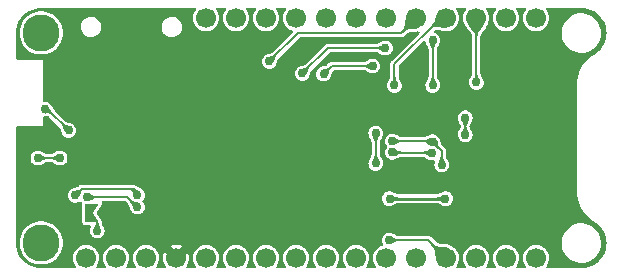
<source format=gbr>
%TF.GenerationSoftware,KiCad,Pcbnew,7.0.11*%
%TF.CreationDate,2024-03-26T20:33:29-04:00*%
%TF.ProjectId,weather-featherwing,77656174-6865-4722-9d66-656174686572,03*%
%TF.SameCoordinates,Original*%
%TF.FileFunction,Copper,L2,Bot*%
%TF.FilePolarity,Positive*%
%FSLAX46Y46*%
G04 Gerber Fmt 4.6, Leading zero omitted, Abs format (unit mm)*
G04 Created by KiCad (PCBNEW 7.0.11) date 2024-03-26 20:33:29*
%MOMM*%
%LPD*%
G01*
G04 APERTURE LIST*
G04 Aperture macros list*
%AMFreePoly0*
4,1,6,1.000000,0.000000,0.500000,-0.750000,-0.500000,-0.750000,-0.500000,0.750000,0.500000,0.750000,1.000000,0.000000,1.000000,0.000000,$1*%
%AMFreePoly1*
4,1,6,0.500000,-0.750000,-0.650000,-0.750000,-0.150000,0.000000,-0.650000,0.750000,0.500000,0.750000,0.500000,-0.750000,0.500000,-0.750000,$1*%
G04 Aperture macros list end*
%TA.AperFunction,ComponentPad*%
%ADD10C,3.140000*%
%TD*%
%TA.AperFunction,ComponentPad*%
%ADD11C,1.700000*%
%TD*%
%TA.AperFunction,SMDPad,CuDef*%
%ADD12FreePoly0,180.000000*%
%TD*%
%TA.AperFunction,SMDPad,CuDef*%
%ADD13FreePoly1,180.000000*%
%TD*%
%TA.AperFunction,ViaPad*%
%ADD14C,0.750000*%
%TD*%
%TA.AperFunction,Conductor*%
%ADD15C,0.200000*%
%TD*%
%TA.AperFunction,Conductor*%
%ADD16C,0.250000*%
%TD*%
G04 APERTURE END LIST*
D10*
%TO.P,H1,*%
%TO.N,*%
X116840000Y-99060000D03*
%TD*%
%TO.P,H2,*%
%TO.N,*%
X116840000Y-116840000D03*
%TD*%
D11*
%TO.P,J2,17,Pin_17*%
%TO.N,/SDA*%
X158750000Y-97790000D03*
%TO.P,J2,18,Pin_18*%
%TO.N,/SCL*%
X156210000Y-97790000D03*
%TO.P,J2,19,Pin_19*%
%TO.N,/CS_SD*%
X153670000Y-97790000D03*
%TO.P,J2,20,Pin_20*%
%TO.N,/CD*%
X151130000Y-97790000D03*
%TO.P,J2,21,Pin_21*%
%TO.N,/EEPROM_SCIO*%
X148590000Y-97790000D03*
%TO.P,J2,22,Pin_22*%
%TO.N,/NP_DIN*%
X146050000Y-97790000D03*
%TO.P,J2,23,3*%
%TO.N,/D11*%
X143510000Y-97790000D03*
%TO.P,J2,24,Pin_24*%
%TO.N,/D12*%
X140970000Y-97790000D03*
%TO.P,J2,25,Pin_25*%
%TO.N,/LPS_INT*%
X138430000Y-97790000D03*
%TO.P,J2,26,Pin_26*%
%TO.N,/USB*%
X135890000Y-97790000D03*
%TO.P,J2,27,Pin_27*%
%TO.N,/EN*%
X133350000Y-97790000D03*
%TO.P,J2,28,Pin_28*%
%TO.N,/BAT*%
X130810000Y-97790000D03*
%TD*%
D12*
%TO.P,JP1,1,A*%
%TO.N,GND*%
X122518000Y-114300000D03*
D13*
%TO.P,JP1,2,B*%
%TO.N,Net-(JP1-B)*%
X121068000Y-114300000D03*
%TD*%
D11*
%TO.P,J1,1,Pin_1*%
%TO.N,/RST*%
X120650000Y-118110000D03*
%TO.P,J1,2,Pin_2*%
%TO.N,+3V3*%
X123190000Y-118110000D03*
%TO.P,J1,3,Pin_3*%
X125730000Y-118110000D03*
%TO.P,J1,4,Pin_4*%
%TO.N,GND*%
X128270000Y-118110000D03*
%TO.P,J1,5,Pin_5*%
%TO.N,/A0*%
X130810000Y-118110000D03*
%TO.P,J1,6,Pin_6*%
%TO.N,/A1*%
X133350000Y-118110000D03*
%TO.P,J1,7,Pin_7*%
%TO.N,/A2*%
X135890000Y-118110000D03*
%TO.P,J1,8,Pin_8*%
%TO.N,/A3*%
X138430000Y-118110000D03*
%TO.P,J1,9,Pin_9*%
%TO.N,/A4*%
X140970000Y-118110000D03*
%TO.P,J1,10,Pin_10*%
%TO.N,/A5*%
X143510000Y-118110000D03*
%TO.P,J1,11,Pin_11*%
%TO.N,/SCK*%
X146050000Y-118110000D03*
%TO.P,J1,12,Pin_12*%
%TO.N,/MOSI*%
X148590000Y-118110000D03*
%TO.P,J1,13,Pin_13*%
%TO.N,/MISO*%
X151130000Y-118110000D03*
%TO.P,J1,14,Pin_14*%
%TO.N,/RX*%
X153670000Y-118110000D03*
%TO.P,J1,15,Pin_15*%
%TO.N,/TX*%
X156210000Y-118110000D03*
%TO.P,J1,16,Pin_16*%
%TO.N,/DBG*%
X158750000Y-118110000D03*
%TD*%
D14*
%TO.N,+3V3*%
X152730200Y-107670600D03*
X149987000Y-103505000D03*
X152730200Y-106248200D03*
X149987000Y-99655500D03*
X118428900Y-109650997D03*
X116560600Y-109651800D03*
%TO.N,GND*%
X149860000Y-110871000D03*
X149860000Y-106045000D03*
X132080000Y-109220000D03*
X152400000Y-114300000D03*
X115850000Y-112200000D03*
X134620000Y-111760000D03*
X157480000Y-104140000D03*
X121092613Y-110422100D03*
X124460000Y-104140000D03*
X117856000Y-101346000D03*
X132080000Y-101600000D03*
X137160000Y-106680000D03*
X160020000Y-104140000D03*
X123063000Y-99441000D03*
X134620000Y-114300000D03*
X124409200Y-107340400D03*
X139700000Y-114300000D03*
X151968200Y-110312200D03*
X132080000Y-114300000D03*
X157607000Y-111760000D03*
X139700000Y-111760000D03*
X138963400Y-101015800D03*
X154940000Y-114300000D03*
X159258000Y-101473000D03*
X134620000Y-109220000D03*
X129540000Y-114300000D03*
X137160000Y-104140000D03*
X160020000Y-106680000D03*
X137160000Y-114300000D03*
X157480000Y-106680000D03*
X157607000Y-109220000D03*
X145796000Y-115443000D03*
X134620000Y-106680000D03*
X139700000Y-109220000D03*
X152400000Y-116840000D03*
X137160000Y-109220000D03*
X115747800Y-108991400D03*
X152400000Y-99060000D03*
X160020000Y-114300000D03*
X160020000Y-111760000D03*
X123698000Y-115417600D03*
X157607000Y-100203000D03*
X124460000Y-99441000D03*
X160020000Y-109220000D03*
X127000000Y-104140000D03*
X157480000Y-116840000D03*
X122555000Y-116586000D03*
X146685000Y-106045000D03*
X129540000Y-111760000D03*
X119380000Y-104140000D03*
X127000000Y-114300000D03*
X142240000Y-116840000D03*
X121920000Y-104140000D03*
X148082000Y-115697000D03*
X157480000Y-101600000D03*
X132080000Y-111760000D03*
X139700000Y-104140000D03*
X137160000Y-111760000D03*
X119735600Y-108229400D03*
X125984000Y-99441000D03*
X139700000Y-106680000D03*
X154940000Y-116840000D03*
X144703800Y-114808000D03*
%TO.N,/SCK*%
X146558000Y-109169200D03*
X149936200Y-109220000D03*
%TO.N,/MOSI*%
X146558000Y-108204000D03*
X149990397Y-108271545D03*
X150749000Y-110236000D03*
%TO.N,/MISO*%
X146304000Y-116586000D03*
%TO.N,/CS_SD*%
X153670000Y-103251000D03*
%TO.N,/DAT1*%
X151053800Y-113080800D03*
X146329400Y-113080800D03*
%TO.N,/CD*%
X145161000Y-110109000D03*
X145161000Y-107529000D03*
X146735800Y-103504500D03*
%TO.N,/SDA*%
X120705959Y-112954442D03*
X144907000Y-101854000D03*
X124968000Y-113792000D03*
X140741400Y-102539800D03*
%TO.N,/SCL*%
X117125056Y-105505944D03*
X145973800Y-100330000D03*
X119165500Y-107315000D03*
X138938000Y-102489000D03*
X119721614Y-112813500D03*
X124968000Y-112776000D03*
%TO.N,Net-(JP1-B)*%
X121579000Y-115824000D03*
%TO.N,/EEPROM_SCIO*%
X136144000Y-101473000D03*
%TD*%
D15*
%TO.N,+3V3*%
X152730200Y-106248200D02*
X152730200Y-107670600D01*
X149987000Y-99655500D02*
X149987000Y-103505000D01*
X118428900Y-109650997D02*
X118428097Y-109651800D01*
X118428097Y-109651800D02*
X116560600Y-109651800D01*
%TO.N,/SCK*%
X146583400Y-109194600D02*
X146558000Y-109169200D01*
X149910800Y-109194600D02*
X146583400Y-109194600D01*
X149936200Y-109220000D02*
X149910800Y-109194600D01*
%TO.N,/MOSI*%
X150749000Y-109030148D02*
X150749000Y-110236000D01*
X149922852Y-108204000D02*
X146558000Y-108204000D01*
X149990397Y-108271545D02*
X149922852Y-108204000D01*
X149990397Y-108271545D02*
X150749000Y-109030148D01*
%TO.N,/MISO*%
X146304000Y-116586000D02*
X149606000Y-116586000D01*
X149606000Y-116586000D02*
X151130000Y-118110000D01*
%TO.N,/CS_SD*%
X153670000Y-97790000D02*
X153670000Y-103251000D01*
D16*
%TO.N,/DAT1*%
X151053800Y-113080800D02*
X146329400Y-113080800D01*
D15*
%TO.N,/CD*%
X145161000Y-107529000D02*
X145161000Y-110109000D01*
X146735800Y-103504500D02*
X146735800Y-101701600D01*
X146735800Y-101701600D02*
X150647400Y-97790000D01*
X150647400Y-97790000D02*
X151130000Y-97790000D01*
%TO.N,/SDA*%
X124129942Y-112953942D02*
X120706459Y-112953942D01*
X124968000Y-113792000D02*
X124129942Y-112953942D01*
X140741400Y-102539800D02*
X141427200Y-101854000D01*
X120706459Y-112953942D02*
X120705959Y-112954442D01*
X141427200Y-101854000D02*
X144907000Y-101854000D01*
%TO.N,/SCL*%
X141097000Y-100330000D02*
X145973800Y-100330000D01*
X124450644Y-112258644D02*
X120276470Y-112258644D01*
X119165500Y-107315000D02*
X117356444Y-105505944D01*
X120276470Y-112258644D02*
X119721614Y-112813500D01*
X138938000Y-102489000D02*
X141097000Y-100330000D01*
X124968000Y-112776000D02*
X124450644Y-112258644D01*
X117356444Y-105505944D02*
X117125056Y-105505944D01*
%TO.N,Net-(JP1-B)*%
X121068000Y-114524264D02*
X121068000Y-114300000D01*
X121579000Y-115824000D02*
X121579000Y-115035264D01*
X121579000Y-115035264D02*
X121068000Y-114524264D01*
%TO.N,/EEPROM_SCIO*%
X147320000Y-99060000D02*
X138557000Y-99060000D01*
X148590000Y-97790000D02*
X147320000Y-99060000D01*
X138557000Y-99060000D02*
X136144000Y-101473000D01*
%TD*%
%TA.AperFunction,Conductor*%
%TO.N,/CD*%
G36*
X150355638Y-97469235D02*
G01*
X150992756Y-97732327D01*
X151123466Y-97786303D01*
X151129805Y-97792628D01*
X151130700Y-97797127D01*
X151130010Y-98627193D01*
X151126576Y-98635463D01*
X151118300Y-98638883D01*
X151117246Y-98638835D01*
X150783974Y-98608404D01*
X150782565Y-98608188D01*
X150618599Y-98572723D01*
X150514228Y-98550148D01*
X150514222Y-98550147D01*
X150514221Y-98550147D01*
X150286621Y-98520605D01*
X150064181Y-98574893D01*
X150064175Y-98574896D01*
X149818758Y-98761994D01*
X149810102Y-98764285D01*
X149803392Y-98760963D01*
X149677207Y-98634778D01*
X149673780Y-98626505D01*
X149676936Y-98618511D01*
X149897249Y-98383043D01*
X150038203Y-98191256D01*
X150132684Y-98005129D01*
X150213983Y-97797127D01*
X150221302Y-97778402D01*
X150221311Y-97778378D01*
X150340346Y-97475791D01*
X150346564Y-97469346D01*
X150355517Y-97469186D01*
X150355638Y-97469235D01*
G37*
%TD.AperFunction*%
%TD*%
%TA.AperFunction,Conductor*%
%TO.N,+3V3*%
G36*
X153065100Y-106386886D02*
G01*
X153071416Y-106393233D01*
X153071394Y-106402188D01*
X153071065Y-106402908D01*
X153003231Y-106538862D01*
X153002537Y-106540067D01*
X152935794Y-106641553D01*
X152880875Y-106730401D01*
X152880875Y-106730402D01*
X152843806Y-106838462D01*
X152843805Y-106838463D01*
X152831112Y-106987493D01*
X152826995Y-106995445D01*
X152819454Y-106998200D01*
X152640946Y-106998200D01*
X152632673Y-106994773D01*
X152629288Y-106987493D01*
X152616593Y-106838463D01*
X152616593Y-106838462D01*
X152579523Y-106730402D01*
X152579523Y-106730401D01*
X152524604Y-106641552D01*
X152457858Y-106540064D01*
X152457164Y-106538858D01*
X152389332Y-106402905D01*
X152388706Y-106393975D01*
X152394579Y-106387215D01*
X152395266Y-106386900D01*
X152725697Y-106249077D01*
X152734649Y-106249056D01*
X153065100Y-106386886D01*
G37*
%TD.AperFunction*%
%TD*%
%TA.AperFunction,Conductor*%
%TO.N,/SCK*%
G36*
X146711911Y-108828190D02*
G01*
X146712791Y-108828600D01*
X146848662Y-108899102D01*
X146850173Y-108900040D01*
X146896430Y-108933884D01*
X146949844Y-108972967D01*
X146949883Y-108972995D01*
X147036483Y-109035278D01*
X147142942Y-109078450D01*
X147292424Y-109093537D01*
X147300310Y-109097777D01*
X147302948Y-109105178D01*
X147302948Y-109283705D01*
X147299521Y-109291978D01*
X147292081Y-109295375D01*
X147145786Y-109305818D01*
X147038079Y-109337100D01*
X146948810Y-109384877D01*
X146847413Y-109445313D01*
X146846501Y-109445804D01*
X146712628Y-109510296D01*
X146703687Y-109510799D01*
X146697009Y-109504833D01*
X146696762Y-109504283D01*
X146558877Y-109173702D01*
X146558856Y-109164750D01*
X146696610Y-108834482D01*
X146702956Y-108828168D01*
X146711911Y-108828190D01*
G37*
%TD.AperFunction*%
%TD*%
%TA.AperFunction,Conductor*%
%TO.N,/SCL*%
G36*
X124444956Y-112159688D02*
G01*
X124609505Y-112173269D01*
X124612232Y-112173827D01*
X124730816Y-112213296D01*
X124733151Y-112214372D01*
X124831658Y-112273659D01*
X124831926Y-112273826D01*
X124891270Y-112312141D01*
X124946246Y-112347637D01*
X124946251Y-112347639D01*
X124946256Y-112347643D01*
X125101731Y-112424700D01*
X125107622Y-112431444D01*
X125107355Y-112439634D01*
X124970852Y-112771496D01*
X124964536Y-112777843D01*
X124964498Y-112777859D01*
X124634530Y-112914142D01*
X124625576Y-112914133D01*
X124619250Y-112907794D01*
X124618620Y-112905764D01*
X124587075Y-112757548D01*
X124586824Y-112754770D01*
X124591239Y-112603921D01*
X124591659Y-112585627D01*
X124594148Y-112477317D01*
X124554754Y-112390723D01*
X124441030Y-112360932D01*
X124433895Y-112355521D01*
X124432295Y-112349614D01*
X124432295Y-112171349D01*
X124435722Y-112163076D01*
X124443995Y-112159649D01*
X124444956Y-112159688D01*
G37*
%TD.AperFunction*%
%TD*%
%TA.AperFunction,Conductor*%
%TO.N,/CS_SD*%
G36*
X153674484Y-97790863D02*
G01*
X154443349Y-98110316D01*
X154449674Y-98116655D01*
X154449665Y-98125610D01*
X154449160Y-98126671D01*
X154271681Y-98456033D01*
X154270477Y-98457842D01*
X154087156Y-98684454D01*
X154087077Y-98684550D01*
X153926578Y-98878662D01*
X153926574Y-98878669D01*
X153813054Y-99120225D01*
X153771205Y-99479653D01*
X153766845Y-99487474D01*
X153759584Y-99490000D01*
X153580416Y-99490000D01*
X153572143Y-99486573D01*
X153568795Y-99479653D01*
X153526944Y-99120225D01*
X153526945Y-99120225D01*
X153413423Y-98878669D01*
X153413422Y-98878667D01*
X153413421Y-98878666D01*
X153413421Y-98878665D01*
X153252896Y-98684522D01*
X153069521Y-98457842D01*
X153068317Y-98456033D01*
X152890838Y-98126669D01*
X152889931Y-98117762D01*
X152895589Y-98110821D01*
X152896637Y-98110322D01*
X153665511Y-97790864D01*
X153674466Y-97790856D01*
X153674484Y-97790863D01*
G37*
%TD.AperFunction*%
%TD*%
%TA.AperFunction,Conductor*%
%TO.N,/CS_SD*%
G36*
X153767527Y-102504427D02*
G01*
X153770912Y-102511707D01*
X153783605Y-102660735D01*
X153783606Y-102660736D01*
X153820675Y-102768795D01*
X153820675Y-102768796D01*
X153875594Y-102857644D01*
X153942337Y-102959130D01*
X153943031Y-102960335D01*
X154010865Y-103096291D01*
X154011492Y-103105224D01*
X154005620Y-103111984D01*
X154004900Y-103112313D01*
X153674504Y-103250121D01*
X153665549Y-103250143D01*
X153665496Y-103250121D01*
X153466853Y-103167267D01*
X153335097Y-103112312D01*
X153328782Y-103105966D01*
X153328804Y-103097011D01*
X153329122Y-103096315D01*
X153396969Y-102960330D01*
X153397652Y-102959142D01*
X153464410Y-102857636D01*
X153519323Y-102768796D01*
X153556393Y-102660737D01*
X153569088Y-102511707D01*
X153573205Y-102503755D01*
X153580746Y-102501000D01*
X153759254Y-102501000D01*
X153767527Y-102504427D01*
G37*
%TD.AperFunction*%
%TD*%
%TA.AperFunction,Conductor*%
%TO.N,/EEPROM_SCIO*%
G36*
X136611217Y-100879558D02*
G01*
X136737441Y-101005782D01*
X136740868Y-101014055D01*
X136738113Y-101021596D01*
X136641710Y-101135950D01*
X136641708Y-101135953D01*
X136591511Y-101238574D01*
X136567521Y-101340223D01*
X136542952Y-101459193D01*
X136542590Y-101460536D01*
X136494423Y-101604632D01*
X136488551Y-101611392D01*
X136479618Y-101612019D01*
X136478876Y-101611743D01*
X136147805Y-101475563D01*
X136141458Y-101469247D01*
X136005256Y-101138122D01*
X136005278Y-101129167D01*
X136011625Y-101122851D01*
X136012338Y-101122585D01*
X136156471Y-101074404D01*
X136157795Y-101074047D01*
X136276776Y-101049476D01*
X136378424Y-101025486D01*
X136481046Y-100975290D01*
X136595403Y-100878885D01*
X136603937Y-100876173D01*
X136611217Y-100879558D01*
G37*
%TD.AperFunction*%
%TD*%
%TA.AperFunction,Conductor*%
%TO.N,+3V3*%
G36*
X152827727Y-106924027D02*
G01*
X152831112Y-106931307D01*
X152843805Y-107080335D01*
X152843806Y-107080336D01*
X152880875Y-107188395D01*
X152880875Y-107188396D01*
X152935794Y-107277244D01*
X153002537Y-107378730D01*
X153003231Y-107379935D01*
X153071065Y-107515891D01*
X153071692Y-107524824D01*
X153065820Y-107531584D01*
X153065100Y-107531913D01*
X152734704Y-107669721D01*
X152725749Y-107669743D01*
X152725696Y-107669721D01*
X152527053Y-107586867D01*
X152395297Y-107531912D01*
X152388982Y-107525566D01*
X152389004Y-107516611D01*
X152389322Y-107515915D01*
X152457169Y-107379930D01*
X152457852Y-107378742D01*
X152524610Y-107277236D01*
X152579523Y-107188396D01*
X152616593Y-107080337D01*
X152629288Y-106931307D01*
X152633405Y-106923355D01*
X152640946Y-106920600D01*
X152819454Y-106920600D01*
X152827727Y-106924027D01*
G37*
%TD.AperFunction*%
%TD*%
%TA.AperFunction,Conductor*%
%TO.N,+3V3*%
G36*
X118289884Y-109315377D02*
G01*
X118290215Y-109316102D01*
X118428021Y-109646493D01*
X118428043Y-109655448D01*
X118428021Y-109655501D01*
X118290211Y-109985902D01*
X118283864Y-109992218D01*
X118274909Y-109992196D01*
X118274194Y-109991870D01*
X118262220Y-109985902D01*
X118138298Y-109924139D01*
X118137115Y-109923459D01*
X118035620Y-109856908D01*
X117946761Y-109802217D01*
X117946758Y-109802215D01*
X117838719Y-109765330D01*
X117838712Y-109765329D01*
X117689772Y-109752707D01*
X117681818Y-109748594D01*
X117679060Y-109741049D01*
X117679060Y-109562540D01*
X117682487Y-109554267D01*
X117689760Y-109550883D01*
X117838803Y-109538113D01*
X117946813Y-109500849D01*
X118035584Y-109445702D01*
X118137038Y-109378746D01*
X118138221Y-109378063D01*
X118274190Y-109310138D01*
X118283121Y-109309508D01*
X118289884Y-109315377D01*
G37*
%TD.AperFunction*%
%TD*%
%TA.AperFunction,Conductor*%
%TO.N,/DAT1*%
G36*
X146483459Y-112739436D02*
G01*
X146484025Y-112739689D01*
X146619079Y-112804604D01*
X146619942Y-112805066D01*
X146722263Y-112865666D01*
X146812349Y-112913427D01*
X146906916Y-112940586D01*
X146920986Y-112944627D01*
X146920990Y-112944628D01*
X147068525Y-112955033D01*
X147076535Y-112959032D01*
X147079400Y-112966703D01*
X147079400Y-113194896D01*
X147075973Y-113203169D01*
X147068523Y-113206567D01*
X146920988Y-113216971D01*
X146920985Y-113216971D01*
X146812349Y-113248172D01*
X146812344Y-113248174D01*
X146722284Y-113295920D01*
X146722247Y-113295941D01*
X146619957Y-113356524D01*
X146619064Y-113357002D01*
X146484024Y-113421910D01*
X146475083Y-113422406D01*
X146468410Y-113416434D01*
X146468157Y-113415869D01*
X146418126Y-113295920D01*
X146330277Y-113085302D01*
X146330256Y-113076350D01*
X146468157Y-112745729D01*
X146474504Y-112739414D01*
X146483459Y-112739436D01*
G37*
%TD.AperFunction*%
%TD*%
%TA.AperFunction,Conductor*%
%TO.N,/SCL*%
G36*
X145834784Y-99994379D02*
G01*
X145835110Y-99995091D01*
X145889046Y-100124404D01*
X145972921Y-100325496D01*
X145972943Y-100334451D01*
X145972921Y-100334504D01*
X145835113Y-100664900D01*
X145828766Y-100671216D01*
X145819811Y-100671194D01*
X145819091Y-100670865D01*
X145683135Y-100603031D01*
X145681930Y-100602337D01*
X145580444Y-100535594D01*
X145491595Y-100480675D01*
X145420606Y-100456322D01*
X145383537Y-100443606D01*
X145383535Y-100443605D01*
X145234507Y-100430911D01*
X145226555Y-100426794D01*
X145223800Y-100419253D01*
X145223800Y-100240745D01*
X145227227Y-100232472D01*
X145234504Y-100229088D01*
X145383537Y-100216393D01*
X145491596Y-100179323D01*
X145580436Y-100124410D01*
X145681942Y-100057652D01*
X145683130Y-100056969D01*
X145819094Y-99989132D01*
X145828024Y-99988506D01*
X145834784Y-99994379D01*
G37*
%TD.AperFunction*%
%TD*%
%TA.AperFunction,Conductor*%
%TO.N,/CD*%
G36*
X145258527Y-109362427D02*
G01*
X145261912Y-109369707D01*
X145274605Y-109518735D01*
X145274606Y-109518736D01*
X145311675Y-109626795D01*
X145311675Y-109626796D01*
X145366594Y-109715644D01*
X145433337Y-109817130D01*
X145434031Y-109818335D01*
X145501865Y-109954291D01*
X145502492Y-109963224D01*
X145496620Y-109969984D01*
X145495900Y-109970313D01*
X145165504Y-110108121D01*
X145156549Y-110108143D01*
X145156496Y-110108121D01*
X144957853Y-110025267D01*
X144826097Y-109970312D01*
X144819782Y-109963966D01*
X144819804Y-109955011D01*
X144820122Y-109954315D01*
X144887969Y-109818330D01*
X144888652Y-109817142D01*
X144955410Y-109715636D01*
X145010323Y-109626796D01*
X145047393Y-109518737D01*
X145060088Y-109369707D01*
X145064205Y-109361755D01*
X145071746Y-109359000D01*
X145250254Y-109359000D01*
X145258527Y-109362427D01*
G37*
%TD.AperFunction*%
%TD*%
%TA.AperFunction,Conductor*%
%TO.N,/CD*%
G36*
X145495900Y-107667686D02*
G01*
X145502216Y-107674033D01*
X145502194Y-107682988D01*
X145501865Y-107683708D01*
X145434031Y-107819662D01*
X145433337Y-107820867D01*
X145366594Y-107922353D01*
X145311675Y-108011201D01*
X145311675Y-108011202D01*
X145274606Y-108119262D01*
X145274605Y-108119263D01*
X145261912Y-108268293D01*
X145257795Y-108276245D01*
X145250254Y-108279000D01*
X145071746Y-108279000D01*
X145063473Y-108275573D01*
X145060088Y-108268293D01*
X145047393Y-108119263D01*
X145047393Y-108119262D01*
X145010323Y-108011202D01*
X145010323Y-108011201D01*
X144955404Y-107922352D01*
X144888658Y-107820864D01*
X144887964Y-107819658D01*
X144820132Y-107683705D01*
X144819506Y-107674775D01*
X144825379Y-107668015D01*
X144826066Y-107667700D01*
X145156497Y-107529877D01*
X145165449Y-107529856D01*
X145495900Y-107667686D01*
G37*
%TD.AperFunction*%
%TD*%
%TA.AperFunction,Conductor*%
%TO.N,/SCL*%
G36*
X139405217Y-101895558D02*
G01*
X139531441Y-102021782D01*
X139534868Y-102030055D01*
X139532113Y-102037596D01*
X139435710Y-102151950D01*
X139435708Y-102151953D01*
X139385511Y-102254574D01*
X139361521Y-102356223D01*
X139336952Y-102475193D01*
X139336590Y-102476536D01*
X139288423Y-102620632D01*
X139282551Y-102627392D01*
X139273618Y-102628019D01*
X139272876Y-102627743D01*
X138941805Y-102491563D01*
X138935458Y-102485247D01*
X138799256Y-102154122D01*
X138799278Y-102145167D01*
X138805625Y-102138851D01*
X138806338Y-102138585D01*
X138950471Y-102090404D01*
X138951795Y-102090047D01*
X139070776Y-102065476D01*
X139172424Y-102041486D01*
X139275046Y-101991290D01*
X139389403Y-101894885D01*
X139397937Y-101892173D01*
X139405217Y-101895558D01*
G37*
%TD.AperFunction*%
%TD*%
%TA.AperFunction,Conductor*%
%TO.N,/MOSI*%
G36*
X149851392Y-107935894D02*
G01*
X149851529Y-107936210D01*
X149989518Y-108267041D01*
X149989540Y-108275996D01*
X149989518Y-108276049D01*
X149851915Y-108605953D01*
X149845568Y-108612269D01*
X149836613Y-108612247D01*
X149835463Y-108611692D01*
X149699452Y-108536625D01*
X149697469Y-108535246D01*
X149600941Y-108452079D01*
X149600744Y-108451905D01*
X149518262Y-108377550D01*
X149518257Y-108377547D01*
X149414593Y-108324329D01*
X149264064Y-108305293D01*
X149256286Y-108300855D01*
X149253832Y-108293685D01*
X149253832Y-108115160D01*
X149257259Y-108106887D01*
X149264978Y-108103473D01*
X149406975Y-108096771D01*
X149406980Y-108096770D01*
X149406983Y-108096770D01*
X149486587Y-108080691D01*
X149513979Y-108075159D01*
X149603718Y-108039269D01*
X149704962Y-107989261D01*
X149705172Y-107989162D01*
X149835913Y-107930052D01*
X149844861Y-107929767D01*
X149851392Y-107935894D01*
G37*
%TD.AperFunction*%
%TD*%
%TA.AperFunction,Conductor*%
%TO.N,/SCL*%
G36*
X117397934Y-105249608D02*
G01*
X117398426Y-105250134D01*
X117472470Y-105334559D01*
X117506481Y-105373339D01*
X117507559Y-105374778D01*
X117574953Y-105480809D01*
X117575431Y-105481632D01*
X117627114Y-105579747D01*
X117695244Y-105686940D01*
X117695246Y-105686942D01*
X117695248Y-105686945D01*
X117804878Y-105811944D01*
X117807757Y-105820423D01*
X117804355Y-105827931D01*
X117678051Y-105954235D01*
X117669778Y-105957662D01*
X117662514Y-105955134D01*
X117565530Y-105878333D01*
X117473802Y-105848968D01*
X117380097Y-105853173D01*
X117269459Y-105870536D01*
X117268483Y-105870647D01*
X117137570Y-105880045D01*
X117129072Y-105877219D01*
X117125062Y-105869213D01*
X117125032Y-105868397D01*
X117125003Y-105853174D01*
X117124358Y-105510113D01*
X117127768Y-105501836D01*
X117381389Y-105249563D01*
X117389670Y-105246159D01*
X117397934Y-105249608D01*
G37*
%TD.AperFunction*%
%TD*%
%TA.AperFunction,Conductor*%
%TO.N,/SDA*%
G36*
X120859948Y-112613244D02*
G01*
X120860656Y-112613567D01*
X120872632Y-112619538D01*
X120996576Y-112681337D01*
X120997776Y-112682027D01*
X121099271Y-112748653D01*
X121188120Y-112803426D01*
X121296173Y-112840382D01*
X121445151Y-112853032D01*
X121453103Y-112857147D01*
X121455860Y-112864690D01*
X121455860Y-113043199D01*
X121452433Y-113051472D01*
X121445157Y-113054856D01*
X121296119Y-113067597D01*
X121296115Y-113067598D01*
X121188093Y-113104786D01*
X121188090Y-113104787D01*
X121188089Y-113104788D01*
X121099292Y-113159847D01*
X121099275Y-113159857D01*
X121099264Y-113159865D01*
X120997830Y-113226717D01*
X120996619Y-113227416D01*
X120860668Y-113295302D01*
X120851735Y-113295932D01*
X120844973Y-113290061D01*
X120844651Y-113289357D01*
X120706836Y-112958944D01*
X120706815Y-112949992D01*
X120844647Y-112619536D01*
X120850993Y-112613222D01*
X120859948Y-112613244D01*
G37*
%TD.AperFunction*%
%TD*%
%TA.AperFunction,Conductor*%
%TO.N,/SCL*%
G36*
X118714096Y-106720886D02*
G01*
X118828450Y-106817288D01*
X118828453Y-106817290D01*
X118931074Y-106867486D01*
X119032723Y-106891476D01*
X119151698Y-106916046D01*
X119153031Y-106916405D01*
X119297133Y-106964576D01*
X119303892Y-106970447D01*
X119304519Y-106979380D01*
X119304243Y-106980122D01*
X119168063Y-107311194D01*
X119161747Y-107317541D01*
X119161694Y-107317563D01*
X118830622Y-107453743D01*
X118821667Y-107453721D01*
X118815351Y-107447374D01*
X118815082Y-107446652D01*
X118766905Y-107302531D01*
X118766545Y-107301193D01*
X118741976Y-107182223D01*
X118717986Y-107080574D01*
X118667790Y-106977953D01*
X118667788Y-106977950D01*
X118571386Y-106863596D01*
X118568673Y-106855062D01*
X118572057Y-106847783D01*
X118698283Y-106721557D01*
X118706555Y-106718131D01*
X118714096Y-106720886D01*
G37*
%TD.AperFunction*%
%TD*%
%TA.AperFunction,Conductor*%
%TO.N,+3V3*%
G36*
X116714588Y-109310604D02*
G01*
X116715293Y-109310926D01*
X116851258Y-109378764D01*
X116852464Y-109379458D01*
X116953952Y-109446204D01*
X116953962Y-109446210D01*
X117042802Y-109501123D01*
X117150862Y-109538193D01*
X117299895Y-109550888D01*
X117307845Y-109555004D01*
X117310600Y-109562545D01*
X117310600Y-109741053D01*
X117307173Y-109749326D01*
X117299893Y-109752711D01*
X117150863Y-109765405D01*
X117150862Y-109765406D01*
X117042802Y-109802475D01*
X117042801Y-109802475D01*
X116953953Y-109857394D01*
X116852467Y-109924137D01*
X116851262Y-109924831D01*
X116715308Y-109992665D01*
X116706375Y-109993292D01*
X116699615Y-109987420D01*
X116699286Y-109986700D01*
X116561477Y-109656302D01*
X116561456Y-109647350D01*
X116699288Y-109316895D01*
X116705633Y-109310582D01*
X116714588Y-109310604D01*
G37*
%TD.AperFunction*%
%TD*%
%TA.AperFunction,Conductor*%
%TO.N,/SDA*%
G36*
X141208617Y-101946358D02*
G01*
X141334841Y-102072582D01*
X141338268Y-102080855D01*
X141335513Y-102088396D01*
X141239110Y-102202750D01*
X141239108Y-102202753D01*
X141188911Y-102305374D01*
X141164921Y-102407023D01*
X141140352Y-102525993D01*
X141139990Y-102527336D01*
X141091823Y-102671432D01*
X141085951Y-102678192D01*
X141077018Y-102678819D01*
X141076276Y-102678543D01*
X140745205Y-102542363D01*
X140738858Y-102536047D01*
X140602656Y-102204922D01*
X140602678Y-102195967D01*
X140609025Y-102189651D01*
X140609738Y-102189385D01*
X140753871Y-102141204D01*
X140755195Y-102140847D01*
X140874176Y-102116276D01*
X140975824Y-102092286D01*
X141078446Y-102042090D01*
X141192803Y-101945685D01*
X141201337Y-101942973D01*
X141208617Y-101946358D01*
G37*
%TD.AperFunction*%
%TD*%
%TA.AperFunction,Conductor*%
%TO.N,/MOSI*%
G36*
X146711988Y-107862804D02*
G01*
X146712693Y-107863126D01*
X146848658Y-107930964D01*
X146849864Y-107931658D01*
X146951352Y-107998404D01*
X146951362Y-107998410D01*
X147040202Y-108053323D01*
X147148262Y-108090393D01*
X147297295Y-108103088D01*
X147305245Y-108107204D01*
X147308000Y-108114745D01*
X147308000Y-108293253D01*
X147304573Y-108301526D01*
X147297293Y-108304911D01*
X147148263Y-108317605D01*
X147148262Y-108317606D01*
X147040202Y-108354675D01*
X147040201Y-108354675D01*
X146951353Y-108409594D01*
X146849867Y-108476337D01*
X146848662Y-108477031D01*
X146712708Y-108544865D01*
X146703775Y-108545492D01*
X146697015Y-108539620D01*
X146696686Y-108538900D01*
X146558877Y-108208502D01*
X146558856Y-108199550D01*
X146696688Y-107869095D01*
X146703033Y-107862782D01*
X146711988Y-107862804D01*
G37*
%TD.AperFunction*%
%TD*%
%TA.AperFunction,Conductor*%
%TO.N,+3V3*%
G36*
X150321900Y-99794186D02*
G01*
X150328216Y-99800533D01*
X150328194Y-99809488D01*
X150327865Y-99810208D01*
X150260031Y-99946162D01*
X150259337Y-99947367D01*
X150192594Y-100048853D01*
X150137675Y-100137701D01*
X150137675Y-100137702D01*
X150100606Y-100245762D01*
X150100605Y-100245763D01*
X150087912Y-100394793D01*
X150083795Y-100402745D01*
X150076254Y-100405500D01*
X149897746Y-100405500D01*
X149889473Y-100402073D01*
X149886088Y-100394793D01*
X149873393Y-100245763D01*
X149873393Y-100245762D01*
X149836323Y-100137702D01*
X149836323Y-100137701D01*
X149781404Y-100048852D01*
X149714658Y-99947364D01*
X149713964Y-99946158D01*
X149646132Y-99810205D01*
X149645506Y-99801275D01*
X149651379Y-99794515D01*
X149652066Y-99794200D01*
X149982497Y-99656377D01*
X149991449Y-99656356D01*
X150321900Y-99794186D01*
G37*
%TD.AperFunction*%
%TD*%
%TA.AperFunction,Conductor*%
%TO.N,/CD*%
G36*
X146833327Y-102757927D02*
G01*
X146836712Y-102765207D01*
X146849405Y-102914235D01*
X146849406Y-102914236D01*
X146886475Y-103022295D01*
X146886475Y-103022296D01*
X146941394Y-103111144D01*
X147008137Y-103212630D01*
X147008831Y-103213835D01*
X147076665Y-103349791D01*
X147077292Y-103358724D01*
X147071420Y-103365484D01*
X147070700Y-103365813D01*
X146740304Y-103503621D01*
X146731349Y-103503643D01*
X146731296Y-103503621D01*
X146532653Y-103420767D01*
X146400897Y-103365812D01*
X146394582Y-103359466D01*
X146394604Y-103350511D01*
X146394922Y-103349815D01*
X146462769Y-103213830D01*
X146463452Y-103212642D01*
X146530210Y-103111136D01*
X146585123Y-103022296D01*
X146622193Y-102914237D01*
X146634888Y-102765207D01*
X146639005Y-102757255D01*
X146646546Y-102754500D01*
X146825054Y-102754500D01*
X146833327Y-102757927D01*
G37*
%TD.AperFunction*%
%TD*%
%TA.AperFunction,Conductor*%
%TO.N,/MOSI*%
G36*
X150334228Y-108132823D02*
G01*
X150340544Y-108139170D01*
X150340820Y-108139912D01*
X150388987Y-108284007D01*
X150389349Y-108285350D01*
X150413917Y-108404312D01*
X150437909Y-108505969D01*
X150488105Y-108608590D01*
X150488107Y-108608593D01*
X150584510Y-108722948D01*
X150587223Y-108731482D01*
X150583838Y-108738762D01*
X150457614Y-108864986D01*
X150449341Y-108868413D01*
X150441800Y-108865658D01*
X150327445Y-108769255D01*
X150327442Y-108769253D01*
X150236629Y-108724832D01*
X150234648Y-108723605D01*
X150226434Y-108717303D01*
X150226435Y-108717303D01*
X150226433Y-108717302D01*
X150226430Y-108717301D01*
X150226424Y-108717297D01*
X150086442Y-108659315D01*
X150086433Y-108659312D01*
X149936200Y-108639534D01*
X149921020Y-108641531D01*
X149915785Y-108641027D01*
X149858764Y-108621967D01*
X149852004Y-108616095D01*
X149851377Y-108607162D01*
X149851641Y-108606451D01*
X149987834Y-108275348D01*
X149994147Y-108269004D01*
X150325274Y-108132801D01*
X150334228Y-108132823D01*
G37*
%TD.AperFunction*%
%TD*%
%TA.AperFunction,Conductor*%
%TO.N,/SDA*%
G36*
X124516596Y-113197886D02*
G01*
X124630950Y-113294288D01*
X124630953Y-113294290D01*
X124733574Y-113344486D01*
X124835223Y-113368476D01*
X124954198Y-113393046D01*
X124955531Y-113393405D01*
X125099633Y-113441576D01*
X125106392Y-113447447D01*
X125107019Y-113456380D01*
X125106743Y-113457122D01*
X124970563Y-113788194D01*
X124964247Y-113794541D01*
X124964194Y-113794563D01*
X124633122Y-113930743D01*
X124624167Y-113930721D01*
X124617851Y-113924374D01*
X124617582Y-113923652D01*
X124569405Y-113779531D01*
X124569045Y-113778193D01*
X124544476Y-113659223D01*
X124520486Y-113557574D01*
X124470290Y-113454953D01*
X124470288Y-113454950D01*
X124373886Y-113340596D01*
X124371173Y-113332062D01*
X124374557Y-113324783D01*
X124500783Y-113198557D01*
X124509055Y-113195131D01*
X124516596Y-113197886D01*
G37*
%TD.AperFunction*%
%TD*%
%TA.AperFunction,Conductor*%
%TO.N,+3V3*%
G36*
X150084527Y-102758427D02*
G01*
X150087912Y-102765707D01*
X150100605Y-102914735D01*
X150100606Y-102914736D01*
X150137675Y-103022795D01*
X150137675Y-103022796D01*
X150192594Y-103111644D01*
X150259337Y-103213130D01*
X150260031Y-103214335D01*
X150327865Y-103350291D01*
X150328492Y-103359224D01*
X150322620Y-103365984D01*
X150321900Y-103366313D01*
X149991504Y-103504121D01*
X149982549Y-103504143D01*
X149982496Y-103504121D01*
X149783853Y-103421267D01*
X149652097Y-103366312D01*
X149645782Y-103359966D01*
X149645804Y-103351011D01*
X149646122Y-103350315D01*
X149713969Y-103214330D01*
X149714652Y-103213142D01*
X149781410Y-103111636D01*
X149836323Y-103022796D01*
X149873393Y-102914737D01*
X149886088Y-102765707D01*
X149890205Y-102757755D01*
X149897746Y-102755000D01*
X150076254Y-102755000D01*
X150084527Y-102758427D01*
G37*
%TD.AperFunction*%
%TD*%
%TA.AperFunction,Conductor*%
%TO.N,/EEPROM_SCIO*%
G36*
X147816654Y-97469654D02*
G01*
X148586215Y-97787438D01*
X148592552Y-97793761D01*
X148592562Y-97793785D01*
X148910342Y-98563337D01*
X148910333Y-98572292D01*
X148903994Y-98578617D01*
X148902887Y-98579011D01*
X148544491Y-98686410D01*
X148542361Y-98686837D01*
X148252518Y-98717446D01*
X148252393Y-98717459D01*
X148001621Y-98741230D01*
X147750545Y-98831763D01*
X147466797Y-99056327D01*
X147458183Y-99058774D01*
X147451263Y-99055426D01*
X147324573Y-98928736D01*
X147321146Y-98920463D01*
X147323671Y-98913204D01*
X147548234Y-98629455D01*
X147638769Y-98378374D01*
X147662540Y-98127586D01*
X147693160Y-97837635D01*
X147693587Y-97835507D01*
X147707992Y-97787437D01*
X147800988Y-97477109D01*
X147806645Y-97470171D01*
X147815554Y-97469263D01*
X147816654Y-97469654D01*
G37*
%TD.AperFunction*%
%TD*%
%TA.AperFunction,Conductor*%
%TO.N,/MISO*%
G36*
X146457988Y-116244804D02*
G01*
X146458693Y-116245126D01*
X146594658Y-116312964D01*
X146595864Y-116313658D01*
X146697352Y-116380404D01*
X146697362Y-116380410D01*
X146786202Y-116435323D01*
X146894262Y-116472393D01*
X147043295Y-116485088D01*
X147051245Y-116489204D01*
X147054000Y-116496745D01*
X147054000Y-116675253D01*
X147050573Y-116683526D01*
X147043293Y-116686911D01*
X146894263Y-116699605D01*
X146894262Y-116699606D01*
X146786202Y-116736675D01*
X146786201Y-116736675D01*
X146697353Y-116791594D01*
X146595867Y-116858337D01*
X146594662Y-116859031D01*
X146458708Y-116926865D01*
X146449775Y-116927492D01*
X146443015Y-116921620D01*
X146442686Y-116920900D01*
X146304877Y-116590502D01*
X146304856Y-116581550D01*
X146442688Y-116251095D01*
X146449033Y-116244782D01*
X146457988Y-116244804D01*
G37*
%TD.AperFunction*%
%TD*%
%TA.AperFunction,Conductor*%
%TO.N,/SCL*%
G36*
X120188831Y-112220058D02*
G01*
X120315055Y-112346282D01*
X120318482Y-112354555D01*
X120315727Y-112362096D01*
X120219324Y-112476450D01*
X120219322Y-112476453D01*
X120169125Y-112579074D01*
X120145135Y-112680723D01*
X120120566Y-112799693D01*
X120120204Y-112801036D01*
X120072037Y-112945132D01*
X120066165Y-112951892D01*
X120057232Y-112952519D01*
X120056490Y-112952243D01*
X119725419Y-112816063D01*
X119719072Y-112809747D01*
X119582870Y-112478622D01*
X119582892Y-112469667D01*
X119589239Y-112463351D01*
X119589952Y-112463085D01*
X119734085Y-112414904D01*
X119735409Y-112414547D01*
X119854390Y-112389976D01*
X119956038Y-112365986D01*
X120058660Y-112315790D01*
X120173017Y-112219385D01*
X120181551Y-112216673D01*
X120188831Y-112220058D01*
G37*
%TD.AperFunction*%
%TD*%
%TA.AperFunction,Conductor*%
%TO.N,/MOSI*%
G36*
X150846527Y-109489427D02*
G01*
X150849912Y-109496707D01*
X150862605Y-109645735D01*
X150862606Y-109645736D01*
X150899675Y-109753795D01*
X150899675Y-109753796D01*
X150954594Y-109842644D01*
X151021337Y-109944130D01*
X151022031Y-109945335D01*
X151089865Y-110081291D01*
X151090492Y-110090224D01*
X151084620Y-110096984D01*
X151083900Y-110097313D01*
X150753504Y-110235121D01*
X150744549Y-110235143D01*
X150744496Y-110235121D01*
X150545853Y-110152267D01*
X150414097Y-110097312D01*
X150407782Y-110090966D01*
X150407804Y-110082011D01*
X150408122Y-110081315D01*
X150475969Y-109945330D01*
X150476652Y-109944142D01*
X150543410Y-109842636D01*
X150598323Y-109753796D01*
X150635393Y-109645737D01*
X150648088Y-109496707D01*
X150652205Y-109488755D01*
X150659746Y-109486000D01*
X150838254Y-109486000D01*
X150846527Y-109489427D01*
G37*
%TD.AperFunction*%
%TD*%
%TA.AperFunction,Conductor*%
%TO.N,/SDA*%
G36*
X144767984Y-101518379D02*
G01*
X144768310Y-101519091D01*
X144822246Y-101648404D01*
X144906121Y-101849496D01*
X144906143Y-101858451D01*
X144906121Y-101858504D01*
X144768313Y-102188900D01*
X144761966Y-102195216D01*
X144753011Y-102195194D01*
X144752291Y-102194865D01*
X144616335Y-102127031D01*
X144615130Y-102126337D01*
X144513644Y-102059594D01*
X144424795Y-102004675D01*
X144353806Y-101980322D01*
X144316737Y-101967606D01*
X144316735Y-101967605D01*
X144167707Y-101954911D01*
X144159755Y-101950794D01*
X144157000Y-101943253D01*
X144157000Y-101764745D01*
X144160427Y-101756472D01*
X144167704Y-101753088D01*
X144316737Y-101740393D01*
X144424796Y-101703323D01*
X144513636Y-101648410D01*
X144615142Y-101581652D01*
X144616330Y-101580969D01*
X144752294Y-101513132D01*
X144761224Y-101512506D01*
X144767984Y-101518379D01*
G37*
%TD.AperFunction*%
%TD*%
%TA.AperFunction,Conductor*%
%TO.N,Net-(JP1-B)*%
G36*
X121676527Y-115077427D02*
G01*
X121679912Y-115084707D01*
X121692605Y-115233735D01*
X121692606Y-115233736D01*
X121729675Y-115341795D01*
X121729675Y-115341796D01*
X121784594Y-115430644D01*
X121851337Y-115532130D01*
X121852031Y-115533335D01*
X121919865Y-115669291D01*
X121920492Y-115678224D01*
X121914620Y-115684984D01*
X121913900Y-115685313D01*
X121583504Y-115823121D01*
X121574549Y-115823143D01*
X121574496Y-115823121D01*
X121375853Y-115740267D01*
X121244097Y-115685312D01*
X121237782Y-115678966D01*
X121237804Y-115670011D01*
X121238122Y-115669315D01*
X121305969Y-115533330D01*
X121306652Y-115532142D01*
X121373410Y-115430636D01*
X121428323Y-115341796D01*
X121465393Y-115233737D01*
X121478088Y-115084707D01*
X121482205Y-115076755D01*
X121489746Y-115074000D01*
X121668254Y-115074000D01*
X121676527Y-115077427D01*
G37*
%TD.AperFunction*%
%TD*%
%TA.AperFunction,Conductor*%
%TO.N,/MISO*%
G36*
X150006797Y-116843672D02*
G01*
X150290545Y-117068235D01*
X150416084Y-117113501D01*
X150541621Y-117158768D01*
X150541624Y-117158769D01*
X150792412Y-117182540D01*
X151077096Y-117212604D01*
X151082361Y-117213160D01*
X151084491Y-117213587D01*
X151442888Y-117320988D01*
X151449828Y-117326645D01*
X151450736Y-117335554D01*
X151450342Y-117336661D01*
X151132562Y-118106214D01*
X151126237Y-118112553D01*
X151126214Y-118112562D01*
X150356661Y-118430342D01*
X150347706Y-118430333D01*
X150341381Y-118423994D01*
X150340992Y-118422902D01*
X150233587Y-118064491D01*
X150233160Y-118062361D01*
X150202551Y-117772518D01*
X150202538Y-117772393D01*
X150178769Y-117521624D01*
X150112075Y-117336661D01*
X150088235Y-117270545D01*
X149992413Y-117149469D01*
X149863671Y-116986796D01*
X149861225Y-116978183D01*
X149864572Y-116971264D01*
X149991264Y-116844572D01*
X149999536Y-116841146D01*
X150006797Y-116843672D01*
G37*
%TD.AperFunction*%
%TD*%
%TA.AperFunction,Conductor*%
%TO.N,GND*%
G36*
X129905585Y-96940185D02*
G01*
X129951340Y-96992989D01*
X129961284Y-97062147D01*
X129937500Y-97119226D01*
X129870328Y-97208175D01*
X129779422Y-97390739D01*
X129779417Y-97390752D01*
X129723602Y-97586917D01*
X129704785Y-97789999D01*
X129704785Y-97790000D01*
X129723602Y-97993082D01*
X129779417Y-98189247D01*
X129779422Y-98189260D01*
X129870327Y-98371821D01*
X129993237Y-98534581D01*
X130143958Y-98671980D01*
X130143960Y-98671982D01*
X130179653Y-98694082D01*
X130317363Y-98779348D01*
X130507544Y-98853024D01*
X130708024Y-98890500D01*
X130708026Y-98890500D01*
X130911974Y-98890500D01*
X130911976Y-98890500D01*
X131112456Y-98853024D01*
X131302637Y-98779348D01*
X131476041Y-98671981D01*
X131626764Y-98534579D01*
X131749673Y-98371821D01*
X131840582Y-98189250D01*
X131896397Y-97993083D01*
X131915215Y-97790000D01*
X131896397Y-97586917D01*
X131840582Y-97390750D01*
X131835520Y-97380585D01*
X131749671Y-97208175D01*
X131682500Y-97119226D01*
X131657808Y-97053865D01*
X131672373Y-96985531D01*
X131721571Y-96935918D01*
X131781454Y-96920500D01*
X132378546Y-96920500D01*
X132445585Y-96940185D01*
X132491340Y-96992989D01*
X132501284Y-97062147D01*
X132477500Y-97119226D01*
X132410328Y-97208175D01*
X132319422Y-97390739D01*
X132319417Y-97390752D01*
X132263602Y-97586917D01*
X132244785Y-97789999D01*
X132244785Y-97790000D01*
X132263602Y-97993082D01*
X132319417Y-98189247D01*
X132319422Y-98189260D01*
X132410327Y-98371821D01*
X132533237Y-98534581D01*
X132683958Y-98671980D01*
X132683960Y-98671982D01*
X132719653Y-98694082D01*
X132857363Y-98779348D01*
X133047544Y-98853024D01*
X133248024Y-98890500D01*
X133248026Y-98890500D01*
X133451974Y-98890500D01*
X133451976Y-98890500D01*
X133652456Y-98853024D01*
X133842637Y-98779348D01*
X134016041Y-98671981D01*
X134166764Y-98534579D01*
X134289673Y-98371821D01*
X134380582Y-98189250D01*
X134436397Y-97993083D01*
X134455215Y-97790000D01*
X134436397Y-97586917D01*
X134380582Y-97390750D01*
X134375520Y-97380585D01*
X134289671Y-97208175D01*
X134222500Y-97119226D01*
X134197808Y-97053865D01*
X134212373Y-96985531D01*
X134261571Y-96935918D01*
X134321454Y-96920500D01*
X134918546Y-96920500D01*
X134985585Y-96940185D01*
X135031340Y-96992989D01*
X135041284Y-97062147D01*
X135017500Y-97119226D01*
X134950328Y-97208175D01*
X134859422Y-97390739D01*
X134859417Y-97390752D01*
X134803602Y-97586917D01*
X134784785Y-97789999D01*
X134784785Y-97790000D01*
X134803602Y-97993082D01*
X134859417Y-98189247D01*
X134859422Y-98189260D01*
X134950327Y-98371821D01*
X135073237Y-98534581D01*
X135223958Y-98671980D01*
X135223960Y-98671982D01*
X135259653Y-98694082D01*
X135397363Y-98779348D01*
X135587544Y-98853024D01*
X135788024Y-98890500D01*
X135788026Y-98890500D01*
X135991974Y-98890500D01*
X135991976Y-98890500D01*
X136192456Y-98853024D01*
X136382637Y-98779348D01*
X136556041Y-98671981D01*
X136706764Y-98534579D01*
X136829673Y-98371821D01*
X136920582Y-98189250D01*
X136976397Y-97993083D01*
X136995215Y-97790000D01*
X136976397Y-97586917D01*
X136920582Y-97390750D01*
X136915520Y-97380585D01*
X136829671Y-97208175D01*
X136762500Y-97119226D01*
X136737808Y-97053865D01*
X136752373Y-96985531D01*
X136801571Y-96935918D01*
X136861454Y-96920500D01*
X137458546Y-96920500D01*
X137525585Y-96940185D01*
X137571340Y-96992989D01*
X137581284Y-97062147D01*
X137557500Y-97119226D01*
X137490328Y-97208175D01*
X137399422Y-97390739D01*
X137399417Y-97390752D01*
X137343602Y-97586917D01*
X137324785Y-97789999D01*
X137324785Y-97790000D01*
X137343602Y-97993082D01*
X137399417Y-98189247D01*
X137399422Y-98189260D01*
X137490327Y-98371821D01*
X137613237Y-98534581D01*
X137763958Y-98671980D01*
X137763960Y-98671982D01*
X137799653Y-98694082D01*
X137937363Y-98779348D01*
X138051542Y-98823580D01*
X138106942Y-98866153D01*
X138130533Y-98931920D01*
X138114822Y-99000000D01*
X138094428Y-99026888D01*
X136458877Y-100662439D01*
X136435633Y-100679919D01*
X136435746Y-100680084D01*
X136431881Y-100682741D01*
X136431105Y-100683325D01*
X136430736Y-100683528D01*
X136430720Y-100683539D01*
X136352161Y-100749765D01*
X136326719Y-100766349D01*
X136304349Y-100777290D01*
X136278351Y-100786584D01*
X136223259Y-100799586D01*
X136219856Y-100800338D01*
X136106149Y-100823820D01*
X136091259Y-100827361D01*
X136089961Y-100827711D01*
X136075460Y-100832086D01*
X135931324Y-100880268D01*
X135928319Y-100881330D01*
X135923064Y-100882904D01*
X135917339Y-100885075D01*
X135916856Y-100885296D01*
X135912757Y-100887431D01*
X135905093Y-100891972D01*
X135786068Y-100954441D01*
X135672367Y-101055171D01*
X135586080Y-101180179D01*
X135586079Y-101180180D01*
X135535845Y-101312638D01*
X135532215Y-101322209D01*
X135513906Y-101473000D01*
X135532215Y-101623791D01*
X135586079Y-101765819D01*
X135672368Y-101890830D01*
X135786066Y-101991557D01*
X135920566Y-102062148D01*
X135957174Y-102071171D01*
X136068050Y-102098500D01*
X136068051Y-102098500D01*
X136219950Y-102098500D01*
X136269110Y-102086382D01*
X136367434Y-102062148D01*
X136501934Y-101991557D01*
X136615632Y-101890830D01*
X136701921Y-101765819D01*
X136720167Y-101717707D01*
X136728428Y-101700191D01*
X136736743Y-101685632D01*
X136784910Y-101541536D01*
X136789285Y-101527032D01*
X136789647Y-101525689D01*
X136793172Y-101510867D01*
X136816674Y-101397060D01*
X136817417Y-101393705D01*
X136823441Y-101368181D01*
X136830412Y-101338640D01*
X136839705Y-101312648D01*
X136850651Y-101290269D01*
X136867231Y-101264837D01*
X136881332Y-101248111D01*
X136933460Y-101186277D01*
X136935056Y-101183523D01*
X136954653Y-101158027D01*
X138665863Y-99446819D01*
X138727186Y-99413334D01*
X138753544Y-99410500D01*
X147270789Y-99410500D01*
X147296234Y-99413138D01*
X147305315Y-99415043D01*
X147330673Y-99411881D01*
X147334123Y-99411452D01*
X147347764Y-99410605D01*
X147349026Y-99410500D01*
X147349040Y-99410500D01*
X147357071Y-99409159D01*
X147368014Y-99407334D01*
X147373063Y-99406597D01*
X147421393Y-99400573D01*
X147421399Y-99400569D01*
X147428456Y-99398468D01*
X147435377Y-99396092D01*
X147435381Y-99396092D01*
X147478216Y-99372909D01*
X147482729Y-99370586D01*
X147526484Y-99349198D01*
X147526486Y-99349195D01*
X147532461Y-99344929D01*
X147538256Y-99340419D01*
X147538255Y-99340419D01*
X147538258Y-99340418D01*
X147571254Y-99304572D01*
X147574756Y-99300924D01*
X147598546Y-99277134D01*
X147620839Y-99260911D01*
X147620233Y-99259968D01*
X147625352Y-99256677D01*
X147625351Y-99256677D01*
X147625356Y-99256675D01*
X147860565Y-99070524D01*
X147895439Y-99051118D01*
X148043151Y-98997856D01*
X148073495Y-98991062D01*
X148276504Y-98971819D01*
X148276553Y-98971814D01*
X148276575Y-98971812D01*
X148278127Y-98971656D01*
X148279226Y-98971546D01*
X148279242Y-98971544D01*
X148279265Y-98971542D01*
X148569168Y-98940927D01*
X148569176Y-98940926D01*
X148569178Y-98940925D01*
X148569194Y-98940924D01*
X148592582Y-98937353D01*
X148592605Y-98937348D01*
X148592613Y-98937347D01*
X148593671Y-98937134D01*
X148594712Y-98936926D01*
X148617833Y-98931157D01*
X148707775Y-98904203D01*
X148777642Y-98903816D01*
X148836629Y-98941263D01*
X148866007Y-99004656D01*
X148856448Y-99073869D01*
X148831050Y-99110666D01*
X146522755Y-101418961D01*
X146502906Y-101435082D01*
X146495131Y-101440162D01*
X146477299Y-101463072D01*
X146468194Y-101473384D01*
X146467424Y-101474294D01*
X146456239Y-101489959D01*
X146453178Y-101494063D01*
X146423282Y-101532473D01*
X146419780Y-101538944D01*
X146416560Y-101545532D01*
X146402671Y-101592182D01*
X146401109Y-101597057D01*
X146385299Y-101643113D01*
X146384096Y-101650317D01*
X146383182Y-101657648D01*
X146385194Y-101706267D01*
X146385300Y-101711392D01*
X146385300Y-102708695D01*
X146381223Y-102737487D01*
X146381421Y-102737524D01*
X146380559Y-102742175D01*
X146380426Y-102743120D01*
X146380311Y-102743516D01*
X146380309Y-102743526D01*
X146371588Y-102845898D01*
X146365326Y-102875609D01*
X146357243Y-102899171D01*
X146345430Y-102924131D01*
X146315698Y-102972232D01*
X146313825Y-102975169D01*
X146249974Y-103072259D01*
X146241947Y-103085298D01*
X146241274Y-103086468D01*
X146234136Y-103099779D01*
X146183328Y-103201610D01*
X146181310Y-103205030D01*
X146181356Y-103205055D01*
X146177093Y-103213177D01*
X146173758Y-103220791D01*
X146166305Y-103235732D01*
X146162532Y-103243630D01*
X146162208Y-103244339D01*
X146158794Y-103252153D01*
X146156568Y-103263201D01*
X146150955Y-103282673D01*
X146124014Y-103353710D01*
X146124014Y-103353712D01*
X146116869Y-103412561D01*
X146105706Y-103504500D01*
X146124015Y-103655291D01*
X146177879Y-103797319D01*
X146264168Y-103922330D01*
X146377866Y-104023057D01*
X146512366Y-104093648D01*
X146586108Y-104111824D01*
X146659850Y-104130000D01*
X146659851Y-104130000D01*
X146811750Y-104130000D01*
X146860910Y-104117882D01*
X146959234Y-104093648D01*
X147093734Y-104023057D01*
X147207432Y-103922330D01*
X147293721Y-103797319D01*
X147347585Y-103655291D01*
X147365894Y-103504500D01*
X147347585Y-103353709D01*
X147313683Y-103264318D01*
X147310010Y-103253023D01*
X147305288Y-103235722D01*
X147297854Y-103220822D01*
X147294517Y-103213199D01*
X147293722Y-103211685D01*
X147293721Y-103211681D01*
X147293718Y-103211677D01*
X147290231Y-103205032D01*
X147290277Y-103205007D01*
X147288258Y-103201591D01*
X147237454Y-103099766D01*
X147230236Y-103086320D01*
X147230232Y-103086313D01*
X147230225Y-103086300D01*
X147229542Y-103085114D01*
X147221610Y-103072240D01*
X147157790Y-102975198D01*
X147155917Y-102972261D01*
X147148152Y-102959699D01*
X147126166Y-102924130D01*
X147114353Y-102899171D01*
X147106269Y-102875606D01*
X147100010Y-102845904D01*
X147091290Y-102743523D01*
X147090469Y-102740441D01*
X147086300Y-102708556D01*
X147086300Y-101898142D01*
X147105985Y-101831103D01*
X147122614Y-101810466D01*
X149171293Y-99761786D01*
X149232614Y-99728303D01*
X149302306Y-99733287D01*
X149358239Y-99775159D01*
X149374914Y-99805498D01*
X149409103Y-99895646D01*
X149412785Y-99906967D01*
X149417507Y-99924269D01*
X149417508Y-99924271D01*
X149417509Y-99924274D01*
X149424931Y-99939149D01*
X149424947Y-99939181D01*
X149428283Y-99946802D01*
X149432565Y-99954961D01*
X149432518Y-99954985D01*
X149434536Y-99958402D01*
X149485341Y-100060227D01*
X149485348Y-100060240D01*
X149485354Y-100060252D01*
X149492508Y-100073585D01*
X149493198Y-100074785D01*
X149497663Y-100082036D01*
X149499726Y-100085386D01*
X149501199Y-100087777D01*
X149565021Y-100184821D01*
X149566885Y-100187742D01*
X149596634Y-100235870D01*
X149608443Y-100260821D01*
X149616527Y-100284386D01*
X149622787Y-100314090D01*
X149631509Y-100416473D01*
X149631512Y-100416488D01*
X149632328Y-100419554D01*
X149636500Y-100451447D01*
X149636500Y-102709195D01*
X149632423Y-102737987D01*
X149632621Y-102738024D01*
X149631759Y-102742675D01*
X149631626Y-102743620D01*
X149631511Y-102744016D01*
X149631509Y-102744026D01*
X149622788Y-102846398D01*
X149616526Y-102876109D01*
X149608443Y-102899671D01*
X149596630Y-102924631D01*
X149566898Y-102972732D01*
X149565025Y-102975669D01*
X149510645Y-103058357D01*
X149501517Y-103072238D01*
X149501174Y-103072759D01*
X149493147Y-103085798D01*
X149492474Y-103086968D01*
X149485336Y-103100279D01*
X149434528Y-103202110D01*
X149432510Y-103205530D01*
X149432556Y-103205555D01*
X149428293Y-103213677D01*
X149424958Y-103221291D01*
X149417505Y-103236232D01*
X149413732Y-103244130D01*
X149413408Y-103244839D01*
X149409994Y-103252653D01*
X149407768Y-103263701D01*
X149402155Y-103283173D01*
X149375214Y-103354210D01*
X149375214Y-103354212D01*
X149368131Y-103412550D01*
X149356906Y-103505000D01*
X149375215Y-103655791D01*
X149429079Y-103797819D01*
X149515368Y-103922830D01*
X149629066Y-104023557D01*
X149763566Y-104094148D01*
X149837308Y-104112324D01*
X149911050Y-104130500D01*
X149911051Y-104130500D01*
X150062950Y-104130500D01*
X150112110Y-104118382D01*
X150210434Y-104094148D01*
X150344934Y-104023557D01*
X150458632Y-103922830D01*
X150544921Y-103797819D01*
X150598785Y-103655791D01*
X150617094Y-103505000D01*
X150598785Y-103354209D01*
X150564883Y-103264818D01*
X150561210Y-103253523D01*
X150556488Y-103236222D01*
X150556396Y-103236039D01*
X150549054Y-103221322D01*
X150545717Y-103213699D01*
X150544922Y-103212185D01*
X150544921Y-103212181D01*
X150544918Y-103212177D01*
X150541431Y-103205532D01*
X150541477Y-103205507D01*
X150539458Y-103202091D01*
X150488654Y-103100266D01*
X150481436Y-103086820D01*
X150481432Y-103086813D01*
X150481425Y-103086800D01*
X150480742Y-103085614D01*
X150472810Y-103072740D01*
X150472486Y-103072248D01*
X150428432Y-103005261D01*
X150408990Y-102975698D01*
X150407117Y-102972761D01*
X150393995Y-102951532D01*
X150377366Y-102924630D01*
X150365553Y-102899671D01*
X150357469Y-102876106D01*
X150351210Y-102846404D01*
X150342490Y-102744023D01*
X150341669Y-102740941D01*
X150337500Y-102709056D01*
X150337500Y-100451301D01*
X150341578Y-100422503D01*
X150341381Y-100422467D01*
X150342241Y-100417821D01*
X150342376Y-100416871D01*
X150342390Y-100416819D01*
X150342490Y-100416476D01*
X150351209Y-100314089D01*
X150357470Y-100284384D01*
X150365553Y-100260823D01*
X150377360Y-100235874D01*
X150407162Y-100187660D01*
X150408987Y-100184802D01*
X150472809Y-100087759D01*
X150480742Y-100074882D01*
X150481436Y-100073677D01*
X150488653Y-100060233D01*
X150539459Y-99958406D01*
X150541476Y-99954992D01*
X150541431Y-99954969D01*
X150544915Y-99948327D01*
X150544921Y-99948319D01*
X150544924Y-99948309D01*
X150545716Y-99946801D01*
X150549056Y-99939169D01*
X150556487Y-99924279D01*
X150560253Y-99916396D01*
X150560582Y-99915676D01*
X150564004Y-99907843D01*
X150566226Y-99896808D01*
X150571836Y-99877344D01*
X150598785Y-99806291D01*
X150617094Y-99655500D01*
X150598785Y-99504709D01*
X150544921Y-99362681D01*
X150458632Y-99237670D01*
X150344934Y-99136943D01*
X150210434Y-99066352D01*
X150210431Y-99066351D01*
X150210429Y-99066350D01*
X150182696Y-99059514D01*
X150122316Y-99024357D01*
X150090528Y-98962137D01*
X150097426Y-98892609D01*
X150137190Y-98840511D01*
X150156021Y-98826155D01*
X150201786Y-98804308D01*
X150278502Y-98785585D01*
X150323853Y-98783081D01*
X150465559Y-98801473D01*
X150475787Y-98803241D01*
X150614628Y-98833271D01*
X150728540Y-98857911D01*
X150743858Y-98860740D01*
X150745231Y-98860950D01*
X150745235Y-98860950D01*
X150745258Y-98860954D01*
X150760741Y-98862846D01*
X150760759Y-98862847D01*
X150760762Y-98862848D01*
X150780391Y-98864640D01*
X150988275Y-98883621D01*
X150999741Y-98885212D01*
X151028024Y-98890500D01*
X151057954Y-98890500D01*
X151069228Y-98891013D01*
X151094013Y-98893277D01*
X151104510Y-98893994D01*
X151105592Y-98894068D01*
X151105594Y-98894068D01*
X151105622Y-98894070D01*
X151106676Y-98894118D01*
X151118088Y-98894383D01*
X151125763Y-98892862D01*
X151149854Y-98890500D01*
X151231974Y-98890500D01*
X151231976Y-98890500D01*
X151432456Y-98853024D01*
X151622637Y-98779348D01*
X151796041Y-98671981D01*
X151946764Y-98534579D01*
X152069673Y-98371821D01*
X152160582Y-98189250D01*
X152216397Y-97993083D01*
X152235215Y-97790000D01*
X152216397Y-97586917D01*
X152160582Y-97390750D01*
X152155520Y-97380585D01*
X152069671Y-97208175D01*
X152002500Y-97119226D01*
X151977808Y-97053865D01*
X151992373Y-96985531D01*
X152041571Y-96935918D01*
X152101454Y-96920500D01*
X152698546Y-96920500D01*
X152765585Y-96940185D01*
X152811340Y-96992989D01*
X152821284Y-97062147D01*
X152797500Y-97119226D01*
X152730328Y-97208175D01*
X152639422Y-97390739D01*
X152639417Y-97390752D01*
X152583602Y-97586917D01*
X152564785Y-97789999D01*
X152564785Y-97790000D01*
X152583602Y-97993082D01*
X152583603Y-97993084D01*
X152639415Y-98189244D01*
X152639417Y-98189249D01*
X152657038Y-98224638D01*
X152664573Y-98243503D01*
X152665914Y-98247871D01*
X152665916Y-98247875D01*
X152700434Y-98311933D01*
X152702250Y-98315435D01*
X152730327Y-98371821D01*
X152732915Y-98375248D01*
X152743122Y-98391154D01*
X152843387Y-98577223D01*
X152843399Y-98577244D01*
X152855611Y-98597582D01*
X152855616Y-98597590D01*
X152855620Y-98597596D01*
X152856824Y-98599405D01*
X152870880Y-98618534D01*
X152914117Y-98671982D01*
X153054201Y-98845148D01*
X153054221Y-98845172D01*
X153054255Y-98845214D01*
X153055988Y-98847333D01*
X153094890Y-98894382D01*
X153185932Y-99004492D01*
X153202591Y-99030765D01*
X153269375Y-99172869D01*
X153280319Y-99211269D01*
X153315011Y-99509212D01*
X153316040Y-99514297D01*
X153315520Y-99514402D01*
X153319500Y-99542308D01*
X153319500Y-102455195D01*
X153315423Y-102483987D01*
X153315621Y-102484024D01*
X153314759Y-102488675D01*
X153314626Y-102489620D01*
X153314511Y-102490016D01*
X153314509Y-102490026D01*
X153305788Y-102592398D01*
X153299526Y-102622109D01*
X153291443Y-102645671D01*
X153279630Y-102670631D01*
X153249898Y-102718732D01*
X153248025Y-102721669D01*
X153184174Y-102818759D01*
X153176147Y-102831798D01*
X153175474Y-102832968D01*
X153168336Y-102846279D01*
X153117528Y-102948110D01*
X153115510Y-102951530D01*
X153115556Y-102951555D01*
X153111293Y-102959677D01*
X153107958Y-102967291D01*
X153100505Y-102982232D01*
X153096732Y-102990130D01*
X153096408Y-102990839D01*
X153092994Y-102998653D01*
X153090768Y-103009701D01*
X153085155Y-103029173D01*
X153058214Y-103100210D01*
X153058214Y-103100212D01*
X153041761Y-103235722D01*
X153039906Y-103251000D01*
X153058215Y-103401791D01*
X153112079Y-103543819D01*
X153198368Y-103668830D01*
X153312066Y-103769557D01*
X153446566Y-103840148D01*
X153520308Y-103858324D01*
X153594050Y-103876500D01*
X153594051Y-103876500D01*
X153745950Y-103876500D01*
X153795110Y-103864382D01*
X153893434Y-103840148D01*
X154027934Y-103769557D01*
X154141632Y-103668830D01*
X154227921Y-103543819D01*
X154281785Y-103401791D01*
X154300094Y-103251000D01*
X154281785Y-103100209D01*
X154247883Y-103010818D01*
X154244210Y-102999523D01*
X154239488Y-102982222D01*
X154236233Y-102975698D01*
X154232054Y-102967322D01*
X154228717Y-102959699D01*
X154227922Y-102958185D01*
X154227921Y-102958181D01*
X154227918Y-102958177D01*
X154224431Y-102951532D01*
X154224477Y-102951507D01*
X154222458Y-102948091D01*
X154171654Y-102846266D01*
X154164436Y-102832820D01*
X154164432Y-102832813D01*
X154164425Y-102832800D01*
X154163742Y-102831614D01*
X154155810Y-102818740D01*
X154091990Y-102721698D01*
X154090117Y-102718761D01*
X154060367Y-102670632D01*
X154048553Y-102645671D01*
X154040469Y-102622106D01*
X154034210Y-102592404D01*
X154025490Y-102490023D01*
X154024669Y-102486941D01*
X154020500Y-102455056D01*
X154020500Y-99542631D01*
X154024790Y-99515394D01*
X154023696Y-99515157D01*
X154024987Y-99509211D01*
X154024991Y-99509202D01*
X154059679Y-99211264D01*
X154070622Y-99172866D01*
X154137405Y-99030762D01*
X154154059Y-99004497D01*
X154161228Y-98995827D01*
X160885813Y-98995827D01*
X160895637Y-99252142D01*
X160944474Y-99503955D01*
X160944474Y-99503957D01*
X161031174Y-99745355D01*
X161055300Y-99789722D01*
X161151041Y-99965787D01*
X161153716Y-99970705D01*
X161243431Y-100088399D01*
X161309213Y-100174697D01*
X161494029Y-100352565D01*
X161703831Y-100500137D01*
X161933701Y-100613952D01*
X162178251Y-100691345D01*
X162431748Y-100730500D01*
X162431752Y-100730500D01*
X162624031Y-100730500D01*
X162624032Y-100730500D01*
X162815751Y-100715781D01*
X163065508Y-100657336D01*
X163303415Y-100561450D01*
X163523898Y-100430372D01*
X163721788Y-100267173D01*
X163892446Y-100075680D01*
X163892448Y-100075675D01*
X163892452Y-100075672D01*
X163998333Y-99912171D01*
X164031873Y-99860379D01*
X164136801Y-99626319D01*
X164204770Y-99378984D01*
X164234187Y-99124173D01*
X164224362Y-98867858D01*
X164224031Y-98866153D01*
X164207344Y-98780108D01*
X164175526Y-98616046D01*
X164175525Y-98616042D01*
X164088825Y-98374644D01*
X164087286Y-98371814D01*
X163966286Y-98149298D01*
X163810787Y-97945303D01*
X163625971Y-97767435D01*
X163416169Y-97619863D01*
X163416170Y-97619863D01*
X163416168Y-97619862D01*
X163186300Y-97506048D01*
X163186297Y-97506047D01*
X162941751Y-97428655D01*
X162840350Y-97412993D01*
X162688252Y-97389500D01*
X162495968Y-97389500D01*
X162495963Y-97389500D01*
X162336202Y-97401765D01*
X162304249Y-97404219D01*
X162304245Y-97404219D01*
X162054494Y-97462663D01*
X162054489Y-97462664D01*
X161816584Y-97558550D01*
X161816577Y-97558554D01*
X161596103Y-97689627D01*
X161398213Y-97852825D01*
X161227554Y-98044319D01*
X161227547Y-98044327D01*
X161088129Y-98259616D01*
X161088126Y-98259620D01*
X160983201Y-98493674D01*
X160983197Y-98493684D01*
X160915230Y-98741013D01*
X160885813Y-98995827D01*
X154161228Y-98995827D01*
X154283986Y-98847360D01*
X154285717Y-98845244D01*
X154469117Y-98618536D01*
X154483174Y-98599405D01*
X154484378Y-98597596D01*
X154496604Y-98577234D01*
X154596870Y-98391161D01*
X154607072Y-98375264D01*
X154609673Y-98371821D01*
X154637754Y-98315424D01*
X154639590Y-98311883D01*
X154649051Y-98294323D01*
X154674083Y-98247872D01*
X154679861Y-98236477D01*
X154680366Y-98235416D01*
X154685618Y-98223623D01*
X154685620Y-98223608D01*
X154686524Y-98220772D01*
X154693687Y-98203095D01*
X154700582Y-98189250D01*
X154756397Y-97993083D01*
X154775215Y-97790000D01*
X154756397Y-97586917D01*
X154700582Y-97390750D01*
X154695520Y-97380585D01*
X154609671Y-97208175D01*
X154542500Y-97119226D01*
X154517808Y-97053865D01*
X154532373Y-96985531D01*
X154581571Y-96935918D01*
X154641454Y-96920500D01*
X155238546Y-96920500D01*
X155305585Y-96940185D01*
X155351340Y-96992989D01*
X155361284Y-97062147D01*
X155337500Y-97119226D01*
X155270328Y-97208175D01*
X155179422Y-97390739D01*
X155179417Y-97390752D01*
X155123602Y-97586917D01*
X155104785Y-97789999D01*
X155104785Y-97790000D01*
X155123602Y-97993082D01*
X155179417Y-98189247D01*
X155179422Y-98189260D01*
X155270327Y-98371821D01*
X155393237Y-98534581D01*
X155543958Y-98671980D01*
X155543960Y-98671982D01*
X155579653Y-98694082D01*
X155717363Y-98779348D01*
X155907544Y-98853024D01*
X156108024Y-98890500D01*
X156108026Y-98890500D01*
X156311974Y-98890500D01*
X156311976Y-98890500D01*
X156512456Y-98853024D01*
X156702637Y-98779348D01*
X156876041Y-98671981D01*
X157026764Y-98534579D01*
X157149673Y-98371821D01*
X157240582Y-98189250D01*
X157296397Y-97993083D01*
X157315215Y-97790000D01*
X157296397Y-97586917D01*
X157240582Y-97390750D01*
X157235520Y-97380585D01*
X157149671Y-97208175D01*
X157082500Y-97119226D01*
X157057808Y-97053865D01*
X157072373Y-96985531D01*
X157121571Y-96935918D01*
X157181454Y-96920500D01*
X157778546Y-96920500D01*
X157845585Y-96940185D01*
X157891340Y-96992989D01*
X157901284Y-97062147D01*
X157877500Y-97119226D01*
X157810328Y-97208175D01*
X157719422Y-97390739D01*
X157719417Y-97390752D01*
X157663602Y-97586917D01*
X157644785Y-97789999D01*
X157644785Y-97790000D01*
X157663602Y-97993082D01*
X157719417Y-98189247D01*
X157719422Y-98189260D01*
X157810327Y-98371821D01*
X157933237Y-98534581D01*
X158083958Y-98671980D01*
X158083960Y-98671982D01*
X158119653Y-98694082D01*
X158257363Y-98779348D01*
X158447544Y-98853024D01*
X158648024Y-98890500D01*
X158648026Y-98890500D01*
X158851974Y-98890500D01*
X158851976Y-98890500D01*
X159052456Y-98853024D01*
X159242637Y-98779348D01*
X159416041Y-98671981D01*
X159566764Y-98534579D01*
X159689673Y-98371821D01*
X159780582Y-98189250D01*
X159836397Y-97993083D01*
X159855215Y-97790000D01*
X159836397Y-97586917D01*
X159780582Y-97390750D01*
X159775520Y-97380585D01*
X159689671Y-97208175D01*
X159622500Y-97119226D01*
X159597808Y-97053865D01*
X159612373Y-96985531D01*
X159661571Y-96935918D01*
X159721454Y-96920500D01*
X162502417Y-96920500D01*
X162555948Y-96920500D01*
X162564028Y-96920764D01*
X162831170Y-96938273D01*
X162847226Y-96940388D01*
X163105778Y-96991817D01*
X163121429Y-96996011D01*
X163371059Y-97080749D01*
X163386037Y-97086953D01*
X163622460Y-97203544D01*
X163636508Y-97211654D01*
X163855691Y-97358108D01*
X163868552Y-97367976D01*
X163894525Y-97390754D01*
X164066744Y-97541786D01*
X164078213Y-97553255D01*
X164252020Y-97751444D01*
X164261894Y-97764312D01*
X164408345Y-97983492D01*
X164416455Y-97997539D01*
X164533046Y-98233962D01*
X164539253Y-98248947D01*
X164623985Y-98498559D01*
X164628183Y-98514227D01*
X164679610Y-98772768D01*
X164681727Y-98788842D01*
X164698999Y-99052351D01*
X164699055Y-99067650D01*
X164685534Y-99300472D01*
X164683870Y-99314754D01*
X164643408Y-99544904D01*
X164640102Y-99558897D01*
X164573269Y-99782821D01*
X164568365Y-99796337D01*
X164476060Y-100011020D01*
X164469624Y-100023877D01*
X164353094Y-100226420D01*
X164345213Y-100238447D01*
X164206010Y-100426153D01*
X164196790Y-100437185D01*
X164036808Y-100607501D01*
X164026373Y-100617393D01*
X163847740Y-100768054D01*
X163836230Y-100776671D01*
X163638370Y-100907618D01*
X163632264Y-100911409D01*
X163578396Y-100942730D01*
X163578205Y-100942858D01*
X163497316Y-100989898D01*
X163497307Y-100989903D01*
X163240205Y-101179388D01*
X163005125Y-101395618D01*
X163005116Y-101395626D01*
X162794863Y-101636011D01*
X162794855Y-101636020D01*
X162611847Y-101897798D01*
X162458270Y-102177849D01*
X162335933Y-102472869D01*
X162335929Y-102472882D01*
X162246258Y-102779430D01*
X162246256Y-102779439D01*
X162190316Y-103093876D01*
X162190313Y-103093897D01*
X162168755Y-103412547D01*
X162168754Y-103412561D01*
X162174840Y-103561330D01*
X162174944Y-103566398D01*
X162174944Y-112333356D01*
X162174840Y-112338424D01*
X162168744Y-112487438D01*
X162168745Y-112487452D01*
X162190303Y-112806104D01*
X162190306Y-112806125D01*
X162246246Y-113120562D01*
X162246248Y-113120571D01*
X162246249Y-113120575D01*
X162328761Y-113402649D01*
X162335919Y-113427121D01*
X162335923Y-113427134D01*
X162432242Y-113659408D01*
X162458264Y-113722160D01*
X162525396Y-113844577D01*
X162611838Y-114002206D01*
X162794847Y-114263985D01*
X162794855Y-114263994D01*
X163005109Y-114504380D01*
X163005116Y-114504386D01*
X163005119Y-114504390D01*
X163240195Y-114720614D01*
X163497305Y-114910108D01*
X163568490Y-114951502D01*
X163577533Y-114956761D01*
X163577594Y-114956803D01*
X163585575Y-114961443D01*
X163585576Y-114961444D01*
X163632251Y-114988581D01*
X163638345Y-114992366D01*
X163836230Y-115123329D01*
X163847738Y-115131944D01*
X163998355Y-115258977D01*
X164026368Y-115282603D01*
X164036800Y-115292491D01*
X164038873Y-115294698D01*
X164196797Y-115462822D01*
X164206017Y-115473856D01*
X164345209Y-115661548D01*
X164353090Y-115673574D01*
X164469623Y-115876122D01*
X164476059Y-115888979D01*
X164568364Y-116103662D01*
X164573268Y-116117178D01*
X164640101Y-116341102D01*
X164643407Y-116355095D01*
X164683869Y-116585245D01*
X164685533Y-116599527D01*
X164699055Y-116832359D01*
X164698998Y-116847658D01*
X164681727Y-117111150D01*
X164679610Y-117127231D01*
X164628183Y-117385772D01*
X164623985Y-117401440D01*
X164539253Y-117651052D01*
X164533046Y-117666037D01*
X164416455Y-117902460D01*
X164408345Y-117916507D01*
X164261894Y-118135687D01*
X164252020Y-118148555D01*
X164078213Y-118346744D01*
X164066744Y-118358213D01*
X163868555Y-118532020D01*
X163855687Y-118541894D01*
X163636507Y-118688345D01*
X163622460Y-118696455D01*
X163386037Y-118813046D01*
X163371052Y-118819253D01*
X163121440Y-118903985D01*
X163105772Y-118908183D01*
X162847231Y-118959610D01*
X162831150Y-118961727D01*
X162564058Y-118979234D01*
X162555948Y-118979500D01*
X159721454Y-118979500D01*
X159654415Y-118959815D01*
X159608660Y-118907011D01*
X159598716Y-118837853D01*
X159622500Y-118780774D01*
X159689671Y-118691824D01*
X159689671Y-118691822D01*
X159689673Y-118691821D01*
X159780582Y-118509250D01*
X159836397Y-118313083D01*
X159855215Y-118110000D01*
X159849393Y-118047174D01*
X159836397Y-117906917D01*
X159825438Y-117868400D01*
X159780582Y-117710750D01*
X159689673Y-117528179D01*
X159588152Y-117393743D01*
X159566762Y-117365418D01*
X159416041Y-117228019D01*
X159416039Y-117228017D01*
X159242642Y-117120655D01*
X159242639Y-117120653D01*
X159242637Y-117120652D01*
X159242636Y-117120651D01*
X159242635Y-117120651D01*
X159103473Y-117066740D01*
X159052456Y-117046976D01*
X158851976Y-117009500D01*
X158648024Y-117009500D01*
X158447544Y-117046976D01*
X158447541Y-117046976D01*
X158447541Y-117046977D01*
X158257364Y-117120651D01*
X158257357Y-117120655D01*
X158083960Y-117228017D01*
X158083958Y-117228019D01*
X157933237Y-117365418D01*
X157810327Y-117528178D01*
X157719422Y-117710739D01*
X157719417Y-117710752D01*
X157663602Y-117906917D01*
X157644785Y-118109999D01*
X157644785Y-118110000D01*
X157663602Y-118313082D01*
X157719417Y-118509247D01*
X157719422Y-118509260D01*
X157810328Y-118691824D01*
X157877500Y-118780774D01*
X157902192Y-118846135D01*
X157887627Y-118914469D01*
X157838429Y-118964082D01*
X157778546Y-118979500D01*
X157181454Y-118979500D01*
X157114415Y-118959815D01*
X157068660Y-118907011D01*
X157058716Y-118837853D01*
X157082500Y-118780774D01*
X157149671Y-118691824D01*
X157149671Y-118691822D01*
X157149673Y-118691821D01*
X157240582Y-118509250D01*
X157296397Y-118313083D01*
X157315215Y-118110000D01*
X157309393Y-118047174D01*
X157296397Y-117906917D01*
X157285438Y-117868400D01*
X157240582Y-117710750D01*
X157149673Y-117528179D01*
X157048152Y-117393743D01*
X157026762Y-117365418D01*
X156876041Y-117228019D01*
X156876039Y-117228017D01*
X156702642Y-117120655D01*
X156702639Y-117120653D01*
X156702637Y-117120652D01*
X156702636Y-117120651D01*
X156702635Y-117120651D01*
X156563473Y-117066740D01*
X156512456Y-117046976D01*
X156311976Y-117009500D01*
X156108024Y-117009500D01*
X155907544Y-117046976D01*
X155907541Y-117046976D01*
X155907541Y-117046977D01*
X155717364Y-117120651D01*
X155717357Y-117120655D01*
X155543960Y-117228017D01*
X155543958Y-117228019D01*
X155393237Y-117365418D01*
X155270327Y-117528178D01*
X155179422Y-117710739D01*
X155179417Y-117710752D01*
X155123602Y-117906917D01*
X155104785Y-118109999D01*
X155104785Y-118110000D01*
X155123602Y-118313082D01*
X155179417Y-118509247D01*
X155179422Y-118509260D01*
X155270328Y-118691824D01*
X155337500Y-118780774D01*
X155362192Y-118846135D01*
X155347627Y-118914469D01*
X155298429Y-118964082D01*
X155238546Y-118979500D01*
X154641454Y-118979500D01*
X154574415Y-118959815D01*
X154528660Y-118907011D01*
X154518716Y-118837853D01*
X154542500Y-118780774D01*
X154609671Y-118691824D01*
X154609671Y-118691822D01*
X154609673Y-118691821D01*
X154700582Y-118509250D01*
X154756397Y-118313083D01*
X154775215Y-118110000D01*
X154769393Y-118047174D01*
X154756397Y-117906917D01*
X154745438Y-117868400D01*
X154700582Y-117710750D01*
X154609673Y-117528179D01*
X154508152Y-117393743D01*
X154486762Y-117365418D01*
X154336041Y-117228019D01*
X154336039Y-117228017D01*
X154162642Y-117120655D01*
X154162639Y-117120653D01*
X154162637Y-117120652D01*
X154162636Y-117120651D01*
X154162635Y-117120651D01*
X154023473Y-117066740D01*
X153972456Y-117046976D01*
X153771976Y-117009500D01*
X153568024Y-117009500D01*
X153367544Y-117046976D01*
X153367541Y-117046976D01*
X153367541Y-117046977D01*
X153177364Y-117120651D01*
X153177357Y-117120655D01*
X153003960Y-117228017D01*
X153003958Y-117228019D01*
X152853237Y-117365418D01*
X152730327Y-117528178D01*
X152639422Y-117710739D01*
X152639417Y-117710752D01*
X152583602Y-117906917D01*
X152564785Y-118109999D01*
X152564785Y-118110000D01*
X152583602Y-118313082D01*
X152639417Y-118509247D01*
X152639422Y-118509260D01*
X152730328Y-118691824D01*
X152797500Y-118780774D01*
X152822192Y-118846135D01*
X152807627Y-118914469D01*
X152758429Y-118964082D01*
X152698546Y-118979500D01*
X152101454Y-118979500D01*
X152034415Y-118959815D01*
X151988660Y-118907011D01*
X151978716Y-118837853D01*
X152002500Y-118780774D01*
X152069671Y-118691824D01*
X152069671Y-118691822D01*
X152069673Y-118691821D01*
X152160582Y-118509250D01*
X152216397Y-118313083D01*
X152235215Y-118110000D01*
X152229393Y-118047174D01*
X152216397Y-117906917D01*
X152205438Y-117868400D01*
X152160582Y-117710750D01*
X152069673Y-117528179D01*
X151968152Y-117393743D01*
X151946762Y-117365418D01*
X151796041Y-117228019D01*
X151796039Y-117228017D01*
X151622640Y-117120653D01*
X151622625Y-117120646D01*
X151545385Y-117090723D01*
X151532096Y-117084652D01*
X151516235Y-117076243D01*
X151516234Y-117076242D01*
X151516231Y-117076241D01*
X151506984Y-117073469D01*
X151484530Y-117066740D01*
X151475339Y-117063588D01*
X151432459Y-117046977D01*
X151432457Y-117046976D01*
X151432456Y-117046976D01*
X151432454Y-117046975D01*
X151432452Y-117046975D01*
X151402033Y-117041288D01*
X151389227Y-117038181D01*
X151157832Y-116968839D01*
X151157822Y-116968836D01*
X151134701Y-116963068D01*
X151134694Y-116963066D01*
X151132613Y-116962649D01*
X151132561Y-116962640D01*
X151109176Y-116959070D01*
X151109163Y-116959069D01*
X150819301Y-116928458D01*
X150816591Y-116928186D01*
X150613502Y-116908936D01*
X150583142Y-116902137D01*
X150435452Y-116848883D01*
X150400561Y-116829469D01*
X150332781Y-116775827D01*
X160885813Y-116775827D01*
X160895637Y-117032142D01*
X160944474Y-117283955D01*
X160944474Y-117283957D01*
X161031174Y-117525355D01*
X161031177Y-117525360D01*
X161093724Y-117640383D01*
X161153716Y-117750705D01*
X161274951Y-117909750D01*
X161309213Y-117954697D01*
X161494029Y-118132565D01*
X161703831Y-118280137D01*
X161933701Y-118393952D01*
X162178251Y-118471345D01*
X162431748Y-118510500D01*
X162431752Y-118510500D01*
X162624031Y-118510500D01*
X162624032Y-118510500D01*
X162815751Y-118495781D01*
X163065508Y-118437336D01*
X163303415Y-118341450D01*
X163523898Y-118210372D01*
X163721788Y-118047173D01*
X163892446Y-117855680D01*
X163892448Y-117855675D01*
X163892452Y-117855672D01*
X164031870Y-117640383D01*
X164031873Y-117640379D01*
X164052886Y-117593505D01*
X164136801Y-117406319D01*
X164204770Y-117158984D01*
X164234187Y-116904173D01*
X164224362Y-116647858D01*
X164175526Y-116396046D01*
X164167233Y-116372955D01*
X164088825Y-116154644D01*
X164068257Y-116116820D01*
X163966286Y-115929298D01*
X163930513Y-115882369D01*
X163886021Y-115824000D01*
X163810787Y-115725303D01*
X163625971Y-115547435D01*
X163422925Y-115404615D01*
X163416168Y-115399862D01*
X163186300Y-115286048D01*
X163186297Y-115286047D01*
X162941751Y-115208655D01*
X162840350Y-115192993D01*
X162688252Y-115169500D01*
X162495968Y-115169500D01*
X162495963Y-115169500D01*
X162350840Y-115180642D01*
X162304249Y-115184219D01*
X162304245Y-115184219D01*
X162054494Y-115242663D01*
X162054489Y-115242664D01*
X161816584Y-115338550D01*
X161816577Y-115338554D01*
X161596103Y-115469627D01*
X161398213Y-115632825D01*
X161227554Y-115824319D01*
X161227547Y-115824327D01*
X161088129Y-116039616D01*
X161088126Y-116039620D01*
X160983201Y-116273674D01*
X160983197Y-116273684D01*
X160915230Y-116521013D01*
X160885813Y-116775827D01*
X150332781Y-116775827D01*
X150165351Y-116643320D01*
X150161030Y-116640453D01*
X150161321Y-116640013D01*
X150138769Y-116623087D01*
X149888637Y-116372955D01*
X149872511Y-116353098D01*
X149867437Y-116345331D01*
X149844524Y-116327497D01*
X149834248Y-116318422D01*
X149833309Y-116317627D01*
X149833307Y-116317625D01*
X149817651Y-116306447D01*
X149813544Y-116303385D01*
X149800434Y-116293181D01*
X149775126Y-116273483D01*
X149775124Y-116273482D01*
X149768640Y-116269973D01*
X149762067Y-116266759D01*
X149715409Y-116252868D01*
X149710532Y-116251306D01*
X149664484Y-116235498D01*
X149657287Y-116234297D01*
X149649951Y-116233382D01*
X149601332Y-116235394D01*
X149596207Y-116235500D01*
X147099807Y-116235500D01*
X147071017Y-116231422D01*
X147070981Y-116231621D01*
X147066308Y-116230755D01*
X147065377Y-116230624D01*
X147064986Y-116230511D01*
X147064979Y-116230509D01*
X146962594Y-116221787D01*
X146932880Y-116215524D01*
X146909326Y-116207443D01*
X146884369Y-116195631D01*
X146836232Y-116165877D01*
X146833294Y-116164003D01*
X146736273Y-116100197D01*
X146736257Y-116100187D01*
X146723299Y-116092207D01*
X146723285Y-116092199D01*
X146723277Y-116092194D01*
X146722087Y-116091509D01*
X146708752Y-116084354D01*
X146708740Y-116084348D01*
X146708727Y-116084341D01*
X146635688Y-116047899D01*
X146572739Y-116016491D01*
X146564877Y-116012736D01*
X146564129Y-116012394D01*
X146556340Y-116008992D01*
X146552444Y-116007765D01*
X146532094Y-115999298D01*
X146527434Y-115996852D01*
X146527432Y-115996851D01*
X146527431Y-115996851D01*
X146379950Y-115960500D01*
X146379949Y-115960500D01*
X146228051Y-115960500D01*
X146228050Y-115960500D01*
X146080567Y-115996851D01*
X145946067Y-116067442D01*
X145832367Y-116168171D01*
X145746080Y-116293179D01*
X145746079Y-116293180D01*
X145692215Y-116435208D01*
X145673906Y-116586000D01*
X145692215Y-116736791D01*
X145746079Y-116878819D01*
X145746081Y-116878824D01*
X145748715Y-116882639D01*
X145770597Y-116948994D01*
X145753130Y-117016645D01*
X145701862Y-117064114D01*
X145691463Y-117068701D01*
X145672002Y-117076241D01*
X145557364Y-117120651D01*
X145557357Y-117120655D01*
X145383960Y-117228017D01*
X145383958Y-117228019D01*
X145233237Y-117365418D01*
X145110327Y-117528178D01*
X145019422Y-117710739D01*
X145019417Y-117710752D01*
X144963602Y-117906917D01*
X144944785Y-118109999D01*
X144944785Y-118110000D01*
X144963602Y-118313082D01*
X145019417Y-118509247D01*
X145019422Y-118509260D01*
X145110328Y-118691824D01*
X145177500Y-118780774D01*
X145202192Y-118846135D01*
X145187627Y-118914469D01*
X145138429Y-118964082D01*
X145078546Y-118979500D01*
X144481454Y-118979500D01*
X144414415Y-118959815D01*
X144368660Y-118907011D01*
X144358716Y-118837853D01*
X144382500Y-118780774D01*
X144449671Y-118691824D01*
X144449671Y-118691822D01*
X144449673Y-118691821D01*
X144540582Y-118509250D01*
X144596397Y-118313083D01*
X144615215Y-118110000D01*
X144609393Y-118047174D01*
X144596397Y-117906917D01*
X144585438Y-117868400D01*
X144540582Y-117710750D01*
X144449673Y-117528179D01*
X144348152Y-117393743D01*
X144326762Y-117365418D01*
X144176041Y-117228019D01*
X144176039Y-117228017D01*
X144002642Y-117120655D01*
X144002639Y-117120653D01*
X144002637Y-117120652D01*
X144002636Y-117120651D01*
X144002635Y-117120651D01*
X143863473Y-117066740D01*
X143812456Y-117046976D01*
X143611976Y-117009500D01*
X143408024Y-117009500D01*
X143207544Y-117046976D01*
X143207541Y-117046976D01*
X143207541Y-117046977D01*
X143017364Y-117120651D01*
X143017357Y-117120655D01*
X142843960Y-117228017D01*
X142843958Y-117228019D01*
X142693237Y-117365418D01*
X142570327Y-117528178D01*
X142479422Y-117710739D01*
X142479417Y-117710752D01*
X142423602Y-117906917D01*
X142404785Y-118109999D01*
X142404785Y-118110000D01*
X142423602Y-118313082D01*
X142479417Y-118509247D01*
X142479422Y-118509260D01*
X142570328Y-118691824D01*
X142637500Y-118780774D01*
X142662192Y-118846135D01*
X142647627Y-118914469D01*
X142598429Y-118964082D01*
X142538546Y-118979500D01*
X141941454Y-118979500D01*
X141874415Y-118959815D01*
X141828660Y-118907011D01*
X141818716Y-118837853D01*
X141842500Y-118780774D01*
X141909671Y-118691824D01*
X141909671Y-118691822D01*
X141909673Y-118691821D01*
X142000582Y-118509250D01*
X142056397Y-118313083D01*
X142075215Y-118110000D01*
X142069393Y-118047174D01*
X142056397Y-117906917D01*
X142045438Y-117868400D01*
X142000582Y-117710750D01*
X141909673Y-117528179D01*
X141808152Y-117393743D01*
X141786762Y-117365418D01*
X141636041Y-117228019D01*
X141636039Y-117228017D01*
X141462642Y-117120655D01*
X141462639Y-117120653D01*
X141462637Y-117120652D01*
X141462636Y-117120651D01*
X141462635Y-117120651D01*
X141323473Y-117066740D01*
X141272456Y-117046976D01*
X141071976Y-117009500D01*
X140868024Y-117009500D01*
X140667544Y-117046976D01*
X140667541Y-117046976D01*
X140667541Y-117046977D01*
X140477364Y-117120651D01*
X140477357Y-117120655D01*
X140303960Y-117228017D01*
X140303958Y-117228019D01*
X140153237Y-117365418D01*
X140030327Y-117528178D01*
X139939422Y-117710739D01*
X139939417Y-117710752D01*
X139883602Y-117906917D01*
X139864785Y-118109999D01*
X139864785Y-118110000D01*
X139883602Y-118313082D01*
X139939417Y-118509247D01*
X139939422Y-118509260D01*
X140030328Y-118691824D01*
X140097500Y-118780774D01*
X140122192Y-118846135D01*
X140107627Y-118914469D01*
X140058429Y-118964082D01*
X139998546Y-118979500D01*
X139401454Y-118979500D01*
X139334415Y-118959815D01*
X139288660Y-118907011D01*
X139278716Y-118837853D01*
X139302500Y-118780774D01*
X139369671Y-118691824D01*
X139369671Y-118691822D01*
X139369673Y-118691821D01*
X139460582Y-118509250D01*
X139516397Y-118313083D01*
X139535215Y-118110000D01*
X139529393Y-118047174D01*
X139516397Y-117906917D01*
X139505438Y-117868400D01*
X139460582Y-117710750D01*
X139369673Y-117528179D01*
X139268152Y-117393743D01*
X139246762Y-117365418D01*
X139096041Y-117228019D01*
X139096039Y-117228017D01*
X138922642Y-117120655D01*
X138922639Y-117120653D01*
X138922637Y-117120652D01*
X138922636Y-117120651D01*
X138922635Y-117120651D01*
X138783473Y-117066740D01*
X138732456Y-117046976D01*
X138531976Y-117009500D01*
X138328024Y-117009500D01*
X138127544Y-117046976D01*
X138127541Y-117046976D01*
X138127541Y-117046977D01*
X137937364Y-117120651D01*
X137937357Y-117120655D01*
X137763960Y-117228017D01*
X137763958Y-117228019D01*
X137613237Y-117365418D01*
X137490327Y-117528178D01*
X137399422Y-117710739D01*
X137399417Y-117710752D01*
X137343602Y-117906917D01*
X137324785Y-118109999D01*
X137324785Y-118110000D01*
X137343602Y-118313082D01*
X137399417Y-118509247D01*
X137399422Y-118509260D01*
X137490328Y-118691824D01*
X137557500Y-118780774D01*
X137582192Y-118846135D01*
X137567627Y-118914469D01*
X137518429Y-118964082D01*
X137458546Y-118979500D01*
X136861454Y-118979500D01*
X136794415Y-118959815D01*
X136748660Y-118907011D01*
X136738716Y-118837853D01*
X136762500Y-118780774D01*
X136829671Y-118691824D01*
X136829671Y-118691822D01*
X136829673Y-118691821D01*
X136920582Y-118509250D01*
X136976397Y-118313083D01*
X136995215Y-118110000D01*
X136989393Y-118047174D01*
X136976397Y-117906917D01*
X136965438Y-117868400D01*
X136920582Y-117710750D01*
X136829673Y-117528179D01*
X136728152Y-117393743D01*
X136706762Y-117365418D01*
X136556041Y-117228019D01*
X136556039Y-117228017D01*
X136382642Y-117120655D01*
X136382639Y-117120653D01*
X136382637Y-117120652D01*
X136382636Y-117120651D01*
X136382635Y-117120651D01*
X136243473Y-117066740D01*
X136192456Y-117046976D01*
X135991976Y-117009500D01*
X135788024Y-117009500D01*
X135587544Y-117046976D01*
X135587541Y-117046976D01*
X135587541Y-117046977D01*
X135397364Y-117120651D01*
X135397357Y-117120655D01*
X135223960Y-117228017D01*
X135223958Y-117228019D01*
X135073237Y-117365418D01*
X134950327Y-117528178D01*
X134859422Y-117710739D01*
X134859417Y-117710752D01*
X134803602Y-117906917D01*
X134784785Y-118109999D01*
X134784785Y-118110000D01*
X134803602Y-118313082D01*
X134859417Y-118509247D01*
X134859422Y-118509260D01*
X134950328Y-118691824D01*
X135017500Y-118780774D01*
X135042192Y-118846135D01*
X135027627Y-118914469D01*
X134978429Y-118964082D01*
X134918546Y-118979500D01*
X134321454Y-118979500D01*
X134254415Y-118959815D01*
X134208660Y-118907011D01*
X134198716Y-118837853D01*
X134222500Y-118780774D01*
X134289671Y-118691824D01*
X134289671Y-118691822D01*
X134289673Y-118691821D01*
X134380582Y-118509250D01*
X134436397Y-118313083D01*
X134455215Y-118110000D01*
X134449393Y-118047174D01*
X134436397Y-117906917D01*
X134425438Y-117868400D01*
X134380582Y-117710750D01*
X134289673Y-117528179D01*
X134188152Y-117393743D01*
X134166762Y-117365418D01*
X134016041Y-117228019D01*
X134016039Y-117228017D01*
X133842642Y-117120655D01*
X133842639Y-117120653D01*
X133842637Y-117120652D01*
X133842636Y-117120651D01*
X133842635Y-117120651D01*
X133703473Y-117066740D01*
X133652456Y-117046976D01*
X133451976Y-117009500D01*
X133248024Y-117009500D01*
X133047544Y-117046976D01*
X133047541Y-117046976D01*
X133047541Y-117046977D01*
X132857364Y-117120651D01*
X132857357Y-117120655D01*
X132683960Y-117228017D01*
X132683958Y-117228019D01*
X132533237Y-117365418D01*
X132410327Y-117528178D01*
X132319422Y-117710739D01*
X132319417Y-117710752D01*
X132263602Y-117906917D01*
X132244785Y-118109999D01*
X132244785Y-118110000D01*
X132263602Y-118313082D01*
X132319417Y-118509247D01*
X132319422Y-118509260D01*
X132410328Y-118691824D01*
X132477500Y-118780774D01*
X132502192Y-118846135D01*
X132487627Y-118914469D01*
X132438429Y-118964082D01*
X132378546Y-118979500D01*
X131781454Y-118979500D01*
X131714415Y-118959815D01*
X131668660Y-118907011D01*
X131658716Y-118837853D01*
X131682500Y-118780774D01*
X131749671Y-118691824D01*
X131749671Y-118691822D01*
X131749673Y-118691821D01*
X131840582Y-118509250D01*
X131896397Y-118313083D01*
X131915215Y-118110000D01*
X131909393Y-118047174D01*
X131896397Y-117906917D01*
X131885438Y-117868400D01*
X131840582Y-117710750D01*
X131749673Y-117528179D01*
X131648152Y-117393743D01*
X131626762Y-117365418D01*
X131476041Y-117228019D01*
X131476039Y-117228017D01*
X131302642Y-117120655D01*
X131302639Y-117120653D01*
X131302637Y-117120652D01*
X131302636Y-117120651D01*
X131302635Y-117120651D01*
X131163473Y-117066740D01*
X131112456Y-117046976D01*
X130911976Y-117009500D01*
X130708024Y-117009500D01*
X130507544Y-117046976D01*
X130507541Y-117046976D01*
X130507541Y-117046977D01*
X130317364Y-117120651D01*
X130317357Y-117120655D01*
X130143960Y-117228017D01*
X130143958Y-117228019D01*
X129993237Y-117365418D01*
X129870327Y-117528178D01*
X129779422Y-117710739D01*
X129779417Y-117710752D01*
X129723602Y-117906917D01*
X129704785Y-118109999D01*
X129704785Y-118110000D01*
X129723602Y-118313082D01*
X129779417Y-118509247D01*
X129779422Y-118509260D01*
X129870328Y-118691824D01*
X129937500Y-118780774D01*
X129962192Y-118846135D01*
X129947627Y-118914469D01*
X129898429Y-118964082D01*
X129838546Y-118979500D01*
X129240827Y-118979500D01*
X129173788Y-118959815D01*
X129128033Y-118907011D01*
X129118089Y-118837853D01*
X129141873Y-118780774D01*
X129209244Y-118691559D01*
X129300113Y-118509069D01*
X129300116Y-118509063D01*
X129355902Y-118312992D01*
X129355903Y-118312989D01*
X129374713Y-118110000D01*
X129374713Y-118109999D01*
X129355903Y-117907010D01*
X129355902Y-117907007D01*
X129300116Y-117710936D01*
X129300113Y-117710930D01*
X129266633Y-117643694D01*
X128770000Y-118140327D01*
X128770000Y-118038111D01*
X128729493Y-117900156D01*
X128651761Y-117779202D01*
X128543100Y-117685048D01*
X128412315Y-117625320D01*
X128305763Y-117610000D01*
X128234237Y-117610000D01*
X128127685Y-117625320D01*
X127996900Y-117685048D01*
X127888239Y-117779202D01*
X127810507Y-117900156D01*
X127770000Y-118038111D01*
X127770000Y-118140329D01*
X127273365Y-117643694D01*
X127239888Y-117710927D01*
X127239881Y-117710943D01*
X127184097Y-117907007D01*
X127184096Y-117907010D01*
X127165287Y-118109999D01*
X127165287Y-118110000D01*
X127184096Y-118312989D01*
X127184097Y-118312992D01*
X127239883Y-118509063D01*
X127239886Y-118509069D01*
X127330755Y-118691559D01*
X127398127Y-118780774D01*
X127422819Y-118846135D01*
X127408254Y-118914470D01*
X127359056Y-118964082D01*
X127299173Y-118979500D01*
X126701454Y-118979500D01*
X126634415Y-118959815D01*
X126588660Y-118907011D01*
X126578716Y-118837853D01*
X126602500Y-118780774D01*
X126669671Y-118691824D01*
X126669671Y-118691822D01*
X126669673Y-118691821D01*
X126760582Y-118509250D01*
X126816397Y-118313083D01*
X126835215Y-118110000D01*
X126829393Y-118047174D01*
X126816397Y-117906917D01*
X126805438Y-117868400D01*
X126760582Y-117710750D01*
X126669673Y-117528179D01*
X126568152Y-117393743D01*
X126546762Y-117365418D01*
X126396041Y-117228019D01*
X126396039Y-117228017D01*
X126222642Y-117120655D01*
X126222639Y-117120653D01*
X126222637Y-117120652D01*
X126222636Y-117120651D01*
X126222635Y-117120651D01*
X126199400Y-117111650D01*
X127801980Y-117111650D01*
X128270000Y-117579670D01*
X128270001Y-117579670D01*
X128738018Y-117111650D01*
X128738018Y-117111649D01*
X128572323Y-117047460D01*
X128572320Y-117047459D01*
X128371928Y-117010000D01*
X128168072Y-117010000D01*
X127967679Y-117047459D01*
X127967676Y-117047460D01*
X127801980Y-117111649D01*
X127801980Y-117111650D01*
X126199400Y-117111650D01*
X126083473Y-117066740D01*
X126032456Y-117046976D01*
X125831976Y-117009500D01*
X125628024Y-117009500D01*
X125427544Y-117046976D01*
X125427541Y-117046976D01*
X125427541Y-117046977D01*
X125237364Y-117120651D01*
X125237357Y-117120655D01*
X125063960Y-117228017D01*
X125063958Y-117228019D01*
X124913237Y-117365418D01*
X124790327Y-117528178D01*
X124699422Y-117710739D01*
X124699417Y-117710752D01*
X124643602Y-117906917D01*
X124624785Y-118109999D01*
X124624785Y-118110000D01*
X124643602Y-118313082D01*
X124699417Y-118509247D01*
X124699422Y-118509260D01*
X124790328Y-118691824D01*
X124857500Y-118780774D01*
X124882192Y-118846135D01*
X124867627Y-118914469D01*
X124818429Y-118964082D01*
X124758546Y-118979500D01*
X124161454Y-118979500D01*
X124094415Y-118959815D01*
X124048660Y-118907011D01*
X124038716Y-118837853D01*
X124062500Y-118780774D01*
X124129671Y-118691824D01*
X124129671Y-118691822D01*
X124129673Y-118691821D01*
X124220582Y-118509250D01*
X124276397Y-118313083D01*
X124295215Y-118110000D01*
X124289393Y-118047174D01*
X124276397Y-117906917D01*
X124265438Y-117868400D01*
X124220582Y-117710750D01*
X124129673Y-117528179D01*
X124028152Y-117393743D01*
X124006762Y-117365418D01*
X123856041Y-117228019D01*
X123856039Y-117228017D01*
X123682642Y-117120655D01*
X123682639Y-117120653D01*
X123682637Y-117120652D01*
X123682636Y-117120651D01*
X123682635Y-117120651D01*
X123543473Y-117066740D01*
X123492456Y-117046976D01*
X123291976Y-117009500D01*
X123088024Y-117009500D01*
X122887544Y-117046976D01*
X122887541Y-117046976D01*
X122887541Y-117046977D01*
X122697364Y-117120651D01*
X122697357Y-117120655D01*
X122523960Y-117228017D01*
X122523958Y-117228019D01*
X122373237Y-117365418D01*
X122250327Y-117528178D01*
X122159422Y-117710739D01*
X122159417Y-117710752D01*
X122103602Y-117906917D01*
X122084785Y-118109999D01*
X122084785Y-118110000D01*
X122103602Y-118313082D01*
X122159417Y-118509247D01*
X122159422Y-118509260D01*
X122250328Y-118691824D01*
X122317500Y-118780774D01*
X122342192Y-118846135D01*
X122327627Y-118914469D01*
X122278429Y-118964082D01*
X122218546Y-118979500D01*
X121621454Y-118979500D01*
X121554415Y-118959815D01*
X121508660Y-118907011D01*
X121498716Y-118837853D01*
X121522500Y-118780774D01*
X121589671Y-118691824D01*
X121589671Y-118691822D01*
X121589673Y-118691821D01*
X121680582Y-118509250D01*
X121736397Y-118313083D01*
X121755215Y-118110000D01*
X121749393Y-118047174D01*
X121736397Y-117906917D01*
X121725438Y-117868400D01*
X121680582Y-117710750D01*
X121589673Y-117528179D01*
X121488152Y-117393743D01*
X121466762Y-117365418D01*
X121316041Y-117228019D01*
X121316039Y-117228017D01*
X121142642Y-117120655D01*
X121142639Y-117120653D01*
X121142637Y-117120652D01*
X121142636Y-117120651D01*
X121142635Y-117120651D01*
X121003473Y-117066740D01*
X120952456Y-117046976D01*
X120751976Y-117009500D01*
X120548024Y-117009500D01*
X120347544Y-117046976D01*
X120347541Y-117046976D01*
X120347541Y-117046977D01*
X120157364Y-117120651D01*
X120157357Y-117120655D01*
X119983960Y-117228017D01*
X119983958Y-117228019D01*
X119833237Y-117365418D01*
X119710327Y-117528178D01*
X119619422Y-117710739D01*
X119619417Y-117710752D01*
X119563602Y-117906917D01*
X119544785Y-118109999D01*
X119544785Y-118110000D01*
X119563602Y-118313082D01*
X119619417Y-118509247D01*
X119619422Y-118509260D01*
X119710328Y-118691824D01*
X119777500Y-118780774D01*
X119802192Y-118846135D01*
X119787627Y-118914469D01*
X119738429Y-118964082D01*
X119678546Y-118979500D01*
X116844052Y-118979500D01*
X116835942Y-118979234D01*
X116568849Y-118961727D01*
X116552768Y-118959610D01*
X116294227Y-118908183D01*
X116278559Y-118903985D01*
X116028947Y-118819253D01*
X116013962Y-118813046D01*
X115777539Y-118696455D01*
X115763492Y-118688345D01*
X115544312Y-118541894D01*
X115531444Y-118532020D01*
X115519458Y-118521509D01*
X115427425Y-118440798D01*
X115333255Y-118358213D01*
X115321786Y-118346744D01*
X115147979Y-118148555D01*
X115138105Y-118135687D01*
X115122687Y-118112613D01*
X114991654Y-117916507D01*
X114983544Y-117902460D01*
X114866953Y-117666037D01*
X114860749Y-117651059D01*
X114776011Y-117401429D01*
X114771816Y-117385772D01*
X114770778Y-117380556D01*
X114720388Y-117127226D01*
X114718273Y-117111170D01*
X114700764Y-116844028D01*
X114700633Y-116840004D01*
X115014395Y-116840004D01*
X115034783Y-117112082D01*
X115034783Y-117112084D01*
X115074012Y-117283957D01*
X115095502Y-117378107D01*
X115195187Y-117632100D01*
X115331614Y-117868400D01*
X115501737Y-118081727D01*
X115701754Y-118267315D01*
X115927198Y-118421020D01*
X116173032Y-118539408D01*
X116433765Y-118619833D01*
X116433766Y-118619833D01*
X116433769Y-118619834D01*
X116703564Y-118660499D01*
X116703569Y-118660499D01*
X116703572Y-118660500D01*
X116703573Y-118660500D01*
X116976427Y-118660500D01*
X116976428Y-118660500D01*
X116976435Y-118660499D01*
X117246230Y-118619834D01*
X117246231Y-118619833D01*
X117246235Y-118619833D01*
X117506968Y-118539408D01*
X117752803Y-118421020D01*
X117978246Y-118267315D01*
X118178263Y-118081727D01*
X118348386Y-117868400D01*
X118484813Y-117632100D01*
X118584498Y-117378107D01*
X118645215Y-117112092D01*
X118645286Y-117111150D01*
X118665605Y-116840004D01*
X118665605Y-116839995D01*
X118645216Y-116567917D01*
X118645216Y-116567915D01*
X118645215Y-116567911D01*
X118645215Y-116567908D01*
X118584498Y-116301893D01*
X118484813Y-116047900D01*
X118348386Y-115811600D01*
X118178263Y-115598273D01*
X117978246Y-115412685D01*
X117752803Y-115258980D01*
X117752797Y-115258977D01*
X117752796Y-115258976D01*
X117752794Y-115258975D01*
X117506970Y-115140593D01*
X117506972Y-115140593D01*
X117246236Y-115060167D01*
X117246230Y-115060165D01*
X116976435Y-115019500D01*
X116976428Y-115019500D01*
X116703572Y-115019500D01*
X116703564Y-115019500D01*
X116433769Y-115060165D01*
X116433763Y-115060167D01*
X116173031Y-115140592D01*
X115927202Y-115258977D01*
X115701753Y-115412685D01*
X115501739Y-115598271D01*
X115501737Y-115598273D01*
X115331614Y-115811600D01*
X115195187Y-116047899D01*
X115095504Y-116301887D01*
X115095499Y-116301904D01*
X115034783Y-116567915D01*
X115034783Y-116567917D01*
X115014395Y-116839995D01*
X115014395Y-116840004D01*
X114700633Y-116840004D01*
X114700500Y-116835948D01*
X114700500Y-112813500D01*
X119091520Y-112813500D01*
X119109829Y-112964291D01*
X119163693Y-113106319D01*
X119249982Y-113231330D01*
X119363680Y-113332057D01*
X119498180Y-113402648D01*
X119571922Y-113420824D01*
X119645664Y-113439000D01*
X119645665Y-113439000D01*
X119797564Y-113439000D01*
X119945044Y-113402649D01*
X119945044Y-113402648D01*
X119945048Y-113402648D01*
X120075521Y-113334170D01*
X120144027Y-113320446D01*
X120209080Y-113345939D01*
X120228993Y-113366976D01*
X120229353Y-113366658D01*
X120234326Y-113372271D01*
X120234327Y-113372272D01*
X120246484Y-113383042D01*
X120277645Y-113410648D01*
X120314772Y-113469837D01*
X120317036Y-113527653D01*
X120312592Y-113550000D01*
X120312592Y-115050000D01*
X120312592Y-115050002D01*
X120312591Y-115050002D01*
X120332033Y-115147738D01*
X120332033Y-115147739D01*
X120332034Y-115147740D01*
X120387399Y-115230601D01*
X120470260Y-115285966D01*
X120494695Y-115290826D01*
X120567997Y-115305408D01*
X120568000Y-115305408D01*
X120933706Y-115305408D01*
X121000745Y-115325093D01*
X121046500Y-115377897D01*
X121056444Y-115447055D01*
X121044661Y-115484771D01*
X121026528Y-115521112D01*
X121024510Y-115524531D01*
X121024556Y-115524555D01*
X121020293Y-115532677D01*
X121016958Y-115540291D01*
X121009505Y-115555232D01*
X121005732Y-115563130D01*
X121005408Y-115563839D01*
X121001994Y-115571653D01*
X120999768Y-115582701D01*
X120994155Y-115602173D01*
X120967214Y-115673210D01*
X120967214Y-115673212D01*
X120960889Y-115725307D01*
X120948906Y-115824000D01*
X120967215Y-115974791D01*
X121021079Y-116116819D01*
X121107368Y-116241830D01*
X121221066Y-116342557D01*
X121355566Y-116413148D01*
X121429308Y-116431324D01*
X121503050Y-116449500D01*
X121503051Y-116449500D01*
X121654950Y-116449500D01*
X121704110Y-116437382D01*
X121802434Y-116413148D01*
X121936934Y-116342557D01*
X122050632Y-116241830D01*
X122136921Y-116116819D01*
X122190785Y-115974791D01*
X122209094Y-115824000D01*
X122190785Y-115673209D01*
X122156883Y-115583818D01*
X122153210Y-115572523D01*
X122148488Y-115555222D01*
X122141054Y-115540322D01*
X122137717Y-115532699D01*
X122136922Y-115531185D01*
X122136921Y-115531181D01*
X122136918Y-115531177D01*
X122133431Y-115524532D01*
X122133477Y-115524507D01*
X122131458Y-115521091D01*
X122080654Y-115419266D01*
X122073436Y-115405820D01*
X122073432Y-115405813D01*
X122073425Y-115405800D01*
X122072742Y-115404614D01*
X122064810Y-115391740D01*
X122000990Y-115294698D01*
X121999117Y-115291761D01*
X121969367Y-115243632D01*
X121957550Y-115218662D01*
X121955439Y-115212507D01*
X121952310Y-115142708D01*
X121958222Y-115124703D01*
X121958793Y-115123329D01*
X121968448Y-115100090D01*
X121968552Y-115000434D01*
X121930512Y-114908325D01*
X121570816Y-114368782D01*
X121550009Y-114302084D01*
X121568564Y-114234723D01*
X121570817Y-114231217D01*
X121585077Y-114209828D01*
X121930512Y-113691675D01*
X121953966Y-113647740D01*
X121973408Y-113550000D01*
X121973408Y-113549997D01*
X121954041Y-113452633D01*
X121960268Y-113383042D01*
X122003131Y-113327864D01*
X122069021Y-113304620D01*
X122075658Y-113304442D01*
X123933398Y-113304442D01*
X124000437Y-113324127D01*
X124021079Y-113340761D01*
X124157441Y-113477123D01*
X124174920Y-113500366D01*
X124175085Y-113500253D01*
X124177745Y-113504121D01*
X124178331Y-113504901D01*
X124178535Y-113505270D01*
X124178540Y-113505278D01*
X124244763Y-113583835D01*
X124261343Y-113609269D01*
X124272287Y-113631641D01*
X124281585Y-113657649D01*
X124294584Y-113712733D01*
X124295336Y-113716133D01*
X124318825Y-113829873D01*
X124322313Y-113844557D01*
X124322680Y-113845920D01*
X124327089Y-113860548D01*
X124375262Y-114004657D01*
X124378151Y-114012833D01*
X124378416Y-114013544D01*
X124381560Y-114021569D01*
X124381562Y-114021573D01*
X124384394Y-114025834D01*
X124397058Y-114050488D01*
X124410079Y-114084819D01*
X124496368Y-114209830D01*
X124610066Y-114310557D01*
X124744566Y-114381148D01*
X124818308Y-114399324D01*
X124892050Y-114417500D01*
X124892051Y-114417500D01*
X125043950Y-114417500D01*
X125093110Y-114405382D01*
X125191434Y-114381148D01*
X125325934Y-114310557D01*
X125439632Y-114209830D01*
X125525921Y-114084819D01*
X125579785Y-113942791D01*
X125598094Y-113792000D01*
X125579785Y-113641209D01*
X125525921Y-113499181D01*
X125439632Y-113374170D01*
X125439630Y-113374167D01*
X125434658Y-113368555D01*
X125436444Y-113366971D01*
X125405493Y-113317631D01*
X125406257Y-113247766D01*
X125436348Y-113200942D01*
X125434658Y-113199445D01*
X125439630Y-113193832D01*
X125439630Y-113193831D01*
X125439632Y-113193830D01*
X125517651Y-113080800D01*
X145699306Y-113080800D01*
X145717615Y-113231591D01*
X145771479Y-113373619D01*
X145857768Y-113498630D01*
X145971466Y-113599357D01*
X146105966Y-113669948D01*
X146179708Y-113688124D01*
X146253450Y-113706300D01*
X146253451Y-113706300D01*
X146405350Y-113706300D01*
X146464668Y-113691679D01*
X146552834Y-113669948D01*
X146566174Y-113662946D01*
X146592915Y-113652651D01*
X146594710Y-113652190D01*
X146729750Y-113587282D01*
X146739640Y-113582261D01*
X146740533Y-113581783D01*
X146750159Y-113576360D01*
X146844768Y-113520324D01*
X146849794Y-113517506D01*
X146897071Y-113492441D01*
X146920901Y-113482823D01*
X146953217Y-113473542D01*
X146978708Y-113469034D01*
X147086496Y-113461434D01*
X147089563Y-113460653D01*
X147091626Y-113460129D01*
X147122201Y-113456300D01*
X150261279Y-113456300D01*
X150293965Y-113460686D01*
X150296695Y-113461432D01*
X150296698Y-113461432D01*
X150296704Y-113461434D01*
X150404484Y-113469034D01*
X150429981Y-113473543D01*
X150462289Y-113482821D01*
X150486132Y-113492443D01*
X150533327Y-113517464D01*
X150538408Y-113520313D01*
X150633050Y-113576365D01*
X150642482Y-113581684D01*
X150642507Y-113581698D01*
X150643342Y-113582146D01*
X150653461Y-113587288D01*
X150670609Y-113595530D01*
X150788490Y-113652190D01*
X150794756Y-113655099D01*
X150795321Y-113655352D01*
X150801385Y-113657973D01*
X150801386Y-113657973D01*
X150801388Y-113657974D01*
X150805970Y-113659408D01*
X150826561Y-113667951D01*
X150830366Y-113669948D01*
X150901941Y-113687589D01*
X150977850Y-113706300D01*
X150977851Y-113706300D01*
X151129750Y-113706300D01*
X151189068Y-113691679D01*
X151277234Y-113669948D01*
X151411734Y-113599357D01*
X151525432Y-113498630D01*
X151611721Y-113373619D01*
X151665585Y-113231591D01*
X151683894Y-113080800D01*
X151665585Y-112930009D01*
X151611721Y-112787981D01*
X151525432Y-112662970D01*
X151411734Y-112562243D01*
X151277234Y-112491652D01*
X151277233Y-112491651D01*
X151277232Y-112491651D01*
X151129750Y-112455300D01*
X151129749Y-112455300D01*
X150977851Y-112455300D01*
X150977850Y-112455300D01*
X150830365Y-112491652D01*
X150817022Y-112498654D01*
X150790316Y-112508938D01*
X150788495Y-112509406D01*
X150653429Y-112574325D01*
X150643769Y-112579223D01*
X150642908Y-112579683D01*
X150633070Y-112585219D01*
X150538440Y-112641265D01*
X150533334Y-112644128D01*
X150486136Y-112669151D01*
X150462283Y-112678778D01*
X150449912Y-112682330D01*
X150429989Y-112688052D01*
X150404489Y-112692562D01*
X150342337Y-112696946D01*
X150296697Y-112700166D01*
X150294979Y-112700603D01*
X150291568Y-112701471D01*
X150260994Y-112705300D01*
X147121925Y-112705300D01*
X147089239Y-112700914D01*
X147086504Y-112700166D01*
X146978712Y-112692563D01*
X146953209Y-112688052D01*
X146920917Y-112678778D01*
X146897064Y-112669152D01*
X146849860Y-112644127D01*
X146844756Y-112641265D01*
X146750141Y-112585229D01*
X146750131Y-112585223D01*
X146740526Y-112579811D01*
X146739643Y-112579338D01*
X146729791Y-112574336D01*
X146594679Y-112509393D01*
X146588305Y-112506439D01*
X146588290Y-112506432D01*
X146588074Y-112506335D01*
X146587696Y-112506166D01*
X146581814Y-112503626D01*
X146577208Y-112502184D01*
X146556635Y-112493647D01*
X146552834Y-112491652D01*
X146552831Y-112491651D01*
X146405350Y-112455300D01*
X146405349Y-112455300D01*
X146253451Y-112455300D01*
X146253450Y-112455300D01*
X146105967Y-112491651D01*
X145971467Y-112562242D01*
X145971466Y-112562243D01*
X145879038Y-112644127D01*
X145857767Y-112662971D01*
X145771480Y-112787979D01*
X145771479Y-112787980D01*
X145764601Y-112806118D01*
X145717615Y-112930009D01*
X145699306Y-113080800D01*
X125517651Y-113080800D01*
X125525921Y-113068819D01*
X125579785Y-112926791D01*
X125598094Y-112776000D01*
X125579785Y-112625209D01*
X125525921Y-112483181D01*
X125439632Y-112358170D01*
X125325934Y-112257443D01*
X125239154Y-112211897D01*
X125221101Y-112200327D01*
X125215192Y-112195774D01*
X125215191Y-112195773D01*
X125078974Y-112128261D01*
X125066780Y-112121332D01*
X125010404Y-112084934D01*
X124970513Y-112059178D01*
X124967050Y-112056981D01*
X124966782Y-112056814D01*
X124966164Y-112056435D01*
X124963351Y-112054712D01*
X124864912Y-111995467D01*
X124864911Y-111995466D01*
X124840086Y-111982326D01*
X124837741Y-111981245D01*
X124811513Y-111970874D01*
X124811501Y-111970870D01*
X124807223Y-111969446D01*
X124692920Y-111931402D01*
X124686696Y-111929736D01*
X124663451Y-111923513D01*
X124663437Y-111923510D01*
X124660750Y-111922960D01*
X124660701Y-111922952D01*
X124630538Y-111918637D01*
X124630523Y-111918635D01*
X124519850Y-111909500D01*
X124509653Y-111908231D01*
X124501869Y-111906932D01*
X124494599Y-111906026D01*
X124491035Y-111906174D01*
X124475733Y-111905859D01*
X124466006Y-111905056D01*
X124455318Y-111904398D01*
X124455102Y-111904389D01*
X124454355Y-111904359D01*
X124443989Y-111904149D01*
X124443988Y-111904149D01*
X124443986Y-111904149D01*
X124435884Y-111905761D01*
X124411693Y-111908144D01*
X120325681Y-111908144D01*
X120300235Y-111905505D01*
X120298084Y-111905054D01*
X120291155Y-111903601D01*
X120291154Y-111903601D01*
X120291153Y-111903601D01*
X120262347Y-111907192D01*
X120248681Y-111908040D01*
X120247435Y-111908143D01*
X120228430Y-111911313D01*
X120223373Y-111912049D01*
X120175077Y-111918070D01*
X120168036Y-111920166D01*
X120161088Y-111922552D01*
X120118282Y-111945716D01*
X120113731Y-111948059D01*
X120069983Y-111969447D01*
X120064036Y-111973691D01*
X120058211Y-111978226D01*
X120037650Y-112000561D01*
X120012927Y-112019964D01*
X120013356Y-112020587D01*
X120008329Y-112024042D01*
X119929774Y-112090265D01*
X119904334Y-112106848D01*
X119881965Y-112117789D01*
X119855965Y-112127084D01*
X119800873Y-112140086D01*
X119797470Y-112140838D01*
X119683763Y-112164320D01*
X119668873Y-112167861D01*
X119667575Y-112168211D01*
X119653074Y-112172586D01*
X119508938Y-112220768D01*
X119505933Y-112221830D01*
X119500678Y-112223404D01*
X119494953Y-112225575D01*
X119494470Y-112225796D01*
X119490371Y-112227931D01*
X119482707Y-112232472D01*
X119363682Y-112294941D01*
X119249981Y-112395671D01*
X119163694Y-112520679D01*
X119163693Y-112520680D01*
X119109829Y-112662708D01*
X119092418Y-112806104D01*
X119091520Y-112813500D01*
X114700500Y-112813500D01*
X114700500Y-109651800D01*
X115930506Y-109651800D01*
X115948815Y-109802591D01*
X116002679Y-109944619D01*
X116088968Y-110069630D01*
X116202666Y-110170357D01*
X116337166Y-110240948D01*
X116410908Y-110259124D01*
X116484650Y-110277300D01*
X116484651Y-110277300D01*
X116636548Y-110277300D01*
X116636549Y-110277300D01*
X116784034Y-110240948D01*
X116800992Y-110232046D01*
X116825982Y-110222214D01*
X116825983Y-110222213D01*
X116829379Y-110221287D01*
X116965333Y-110153453D01*
X116978777Y-110146236D01*
X116979982Y-110145542D01*
X116992859Y-110137609D01*
X117089929Y-110073768D01*
X117092764Y-110071960D01*
X117140973Y-110042161D01*
X117165924Y-110030353D01*
X117189485Y-110022271D01*
X117219190Y-110016010D01*
X117321579Y-110007289D01*
X117324653Y-110006471D01*
X117356543Y-110002300D01*
X117633358Y-110002300D01*
X117662177Y-110006374D01*
X117662212Y-110006188D01*
X117666607Y-110007000D01*
X117667728Y-110007158D01*
X117668197Y-110007294D01*
X117770687Y-110015979D01*
X117800270Y-110022184D01*
X117824055Y-110030304D01*
X117848980Y-110042049D01*
X117897097Y-110071664D01*
X117900032Y-110073529D01*
X117900465Y-110073813D01*
X117997015Y-110137123D01*
X117997806Y-110137609D01*
X118009787Y-110144972D01*
X118010970Y-110145652D01*
X118019874Y-110150424D01*
X118024332Y-110152814D01*
X118057920Y-110169554D01*
X118160223Y-110220542D01*
X118168198Y-110224346D01*
X118168913Y-110224672D01*
X118176554Y-110228006D01*
X118176560Y-110228007D01*
X118180450Y-110229233D01*
X118200817Y-110237705D01*
X118205466Y-110240145D01*
X118316079Y-110267409D01*
X118352950Y-110276497D01*
X118352951Y-110276497D01*
X118504850Y-110276497D01*
X118554010Y-110264379D01*
X118652334Y-110240145D01*
X118786834Y-110169554D01*
X118855186Y-110109000D01*
X144530906Y-110109000D01*
X144549215Y-110259791D01*
X144603079Y-110401819D01*
X144689368Y-110526830D01*
X144803066Y-110627557D01*
X144937566Y-110698148D01*
X145011308Y-110716324D01*
X145085050Y-110734500D01*
X145085051Y-110734500D01*
X145236950Y-110734500D01*
X145286110Y-110722382D01*
X145384434Y-110698148D01*
X145518934Y-110627557D01*
X145632632Y-110526830D01*
X145718921Y-110401819D01*
X145772785Y-110259791D01*
X145791094Y-110109000D01*
X145772785Y-109958209D01*
X145738883Y-109868818D01*
X145735210Y-109857523D01*
X145730488Y-109840222D01*
X145730396Y-109840039D01*
X145723054Y-109825322D01*
X145719717Y-109817699D01*
X145718922Y-109816185D01*
X145718921Y-109816181D01*
X145718918Y-109816177D01*
X145715431Y-109809532D01*
X145715477Y-109809507D01*
X145713458Y-109806091D01*
X145662654Y-109704266D01*
X145655436Y-109690820D01*
X145655432Y-109690813D01*
X145655425Y-109690800D01*
X145654742Y-109689614D01*
X145646810Y-109676740D01*
X145646321Y-109675997D01*
X145600291Y-109606005D01*
X145582990Y-109579698D01*
X145581117Y-109576761D01*
X145569978Y-109558740D01*
X145551366Y-109528630D01*
X145539553Y-109503671D01*
X145531469Y-109480106D01*
X145525210Y-109450404D01*
X145516490Y-109348023D01*
X145515669Y-109344941D01*
X145511500Y-109313056D01*
X145511500Y-109169200D01*
X145927906Y-109169200D01*
X145946215Y-109319991D01*
X146000079Y-109462019D01*
X146086368Y-109587030D01*
X146200066Y-109687757D01*
X146334566Y-109758348D01*
X146408308Y-109776524D01*
X146482050Y-109794700D01*
X146482051Y-109794700D01*
X146633950Y-109794700D01*
X146781431Y-109758349D01*
X146781432Y-109758348D01*
X146781434Y-109758348D01*
X146794979Y-109751238D01*
X146821621Y-109740967D01*
X146823516Y-109740479D01*
X146957389Y-109675987D01*
X146967619Y-109670772D01*
X146968531Y-109670281D01*
X146978226Y-109664786D01*
X147072128Y-109608815D01*
X147077085Y-109606014D01*
X147123594Y-109581123D01*
X147147512Y-109571374D01*
X147178383Y-109562408D01*
X147204134Y-109557803D01*
X147310273Y-109550227D01*
X147312254Y-109549721D01*
X147315288Y-109548948D01*
X147345939Y-109545100D01*
X149141982Y-109545100D01*
X149170029Y-109549293D01*
X149170155Y-109548669D01*
X149176113Y-109549868D01*
X149176121Y-109549871D01*
X149176129Y-109549871D01*
X149176130Y-109549872D01*
X149203253Y-109552609D01*
X149271487Y-109559495D01*
X149305635Y-109567956D01*
X149314059Y-109571373D01*
X149319608Y-109573623D01*
X149345403Y-109587862D01*
X149394032Y-109622836D01*
X149394520Y-109623190D01*
X149493148Y-109695354D01*
X149509325Y-109706267D01*
X149510845Y-109707210D01*
X149523608Y-109714466D01*
X149527861Y-109716884D01*
X149663734Y-109787387D01*
X149673362Y-109792129D01*
X149674239Y-109792539D01*
X149683923Y-109796815D01*
X149683926Y-109796816D01*
X149683933Y-109796819D01*
X149683940Y-109796820D01*
X149687010Y-109797795D01*
X149707132Y-109806191D01*
X149712766Y-109809148D01*
X149778260Y-109825291D01*
X149860250Y-109845500D01*
X149860251Y-109845500D01*
X150012151Y-109845500D01*
X150012151Y-109845499D01*
X150016530Y-109844420D01*
X150019782Y-109843619D01*
X150089584Y-109846686D01*
X150146647Y-109887005D01*
X150172853Y-109951774D01*
X150171015Y-109988511D01*
X150169768Y-109994699D01*
X150164155Y-110014173D01*
X150137214Y-110085210D01*
X150137214Y-110085212D01*
X150126974Y-110169554D01*
X150118906Y-110236000D01*
X150137215Y-110386791D01*
X150191079Y-110528819D01*
X150277368Y-110653830D01*
X150391066Y-110754557D01*
X150525566Y-110825148D01*
X150599308Y-110843324D01*
X150673050Y-110861500D01*
X150673051Y-110861500D01*
X150824950Y-110861500D01*
X150874110Y-110849382D01*
X150972434Y-110825148D01*
X151106934Y-110754557D01*
X151220632Y-110653830D01*
X151306921Y-110528819D01*
X151360785Y-110386791D01*
X151379094Y-110236000D01*
X151360785Y-110085209D01*
X151326883Y-109995818D01*
X151323210Y-109984523D01*
X151318488Y-109967222D01*
X151318396Y-109967039D01*
X151311054Y-109952322D01*
X151307717Y-109944699D01*
X151306922Y-109943185D01*
X151306921Y-109943181D01*
X151306918Y-109943177D01*
X151303431Y-109936532D01*
X151303477Y-109936507D01*
X151301458Y-109933091D01*
X151250654Y-109831266D01*
X151243436Y-109817820D01*
X151243432Y-109817813D01*
X151243425Y-109817800D01*
X151242742Y-109816614D01*
X151234810Y-109803740D01*
X151234054Y-109802591D01*
X151191942Y-109738557D01*
X151170990Y-109706698D01*
X151169117Y-109703761D01*
X151161118Y-109690820D01*
X151139366Y-109655630D01*
X151127553Y-109630672D01*
X151119469Y-109607106D01*
X151113210Y-109577404D01*
X151104490Y-109475023D01*
X151103669Y-109471941D01*
X151099500Y-109440056D01*
X151099500Y-109079359D01*
X151102139Y-109053912D01*
X151104043Y-109044833D01*
X151100452Y-109016025D01*
X151099602Y-109002340D01*
X151099501Y-109001118D01*
X151099500Y-109001112D01*
X151099500Y-109001108D01*
X151096330Y-108982114D01*
X151095595Y-108977066D01*
X151089573Y-108928755D01*
X151087475Y-108921709D01*
X151085092Y-108914767D01*
X151061925Y-108871958D01*
X151059580Y-108867401D01*
X151038200Y-108823669D01*
X151038199Y-108823668D01*
X151038198Y-108823665D01*
X151038195Y-108823662D01*
X151033929Y-108817686D01*
X151029420Y-108811894D01*
X151029418Y-108811890D01*
X150993588Y-108778906D01*
X150989891Y-108775358D01*
X150800954Y-108586421D01*
X150783471Y-108563170D01*
X150783306Y-108563284D01*
X150780636Y-108559401D01*
X150780057Y-108558630D01*
X150779856Y-108558265D01*
X150713630Y-108479706D01*
X150697050Y-108454272D01*
X150686103Y-108431893D01*
X150676808Y-108405892D01*
X150663814Y-108350835D01*
X150663075Y-108347501D01*
X150639569Y-108233675D01*
X150636044Y-108218854D01*
X150635682Y-108217511D01*
X150631307Y-108203006D01*
X150583140Y-108058911D01*
X150583127Y-108058872D01*
X150580312Y-108050899D01*
X150580309Y-108050893D01*
X150580290Y-108050837D01*
X150580014Y-108050095D01*
X150576834Y-108041973D01*
X150574010Y-108037725D01*
X150561335Y-108013051D01*
X150548318Y-107978726D01*
X150462029Y-107853715D01*
X150348331Y-107752988D01*
X150213831Y-107682397D01*
X150213830Y-107682396D01*
X150213829Y-107682396D01*
X150165971Y-107670600D01*
X152100106Y-107670600D01*
X152118415Y-107821391D01*
X152172279Y-107963419D01*
X152258568Y-108088430D01*
X152372266Y-108189157D01*
X152506766Y-108259748D01*
X152580508Y-108277924D01*
X152654250Y-108296100D01*
X152654251Y-108296100D01*
X152806150Y-108296100D01*
X152855310Y-108283982D01*
X152953634Y-108259748D01*
X153088134Y-108189157D01*
X153201832Y-108088430D01*
X153288121Y-107963419D01*
X153341985Y-107821391D01*
X153360294Y-107670600D01*
X153341985Y-107519809D01*
X153308083Y-107430418D01*
X153304410Y-107419123D01*
X153299688Y-107401822D01*
X153292254Y-107386922D01*
X153288917Y-107379299D01*
X153288122Y-107377785D01*
X153288121Y-107377781D01*
X153288118Y-107377777D01*
X153284631Y-107371132D01*
X153284677Y-107371107D01*
X153282658Y-107367691D01*
X153231854Y-107265866D01*
X153224636Y-107252420D01*
X153224632Y-107252413D01*
X153224625Y-107252400D01*
X153223942Y-107251214D01*
X153216010Y-107238340D01*
X153215392Y-107237401D01*
X153178069Y-107180649D01*
X153152190Y-107141298D01*
X153150317Y-107138361D01*
X153133510Y-107111171D01*
X153120566Y-107090230D01*
X153108753Y-107065272D01*
X153100669Y-107041706D01*
X153094410Y-107012004D01*
X153090825Y-106969915D01*
X153090825Y-106948873D01*
X153094409Y-106906789D01*
X153100670Y-106877084D01*
X153108753Y-106853523D01*
X153120560Y-106828574D01*
X153150362Y-106780360D01*
X153152187Y-106777502D01*
X153216009Y-106680459D01*
X153223942Y-106667582D01*
X153224636Y-106666377D01*
X153231853Y-106652933D01*
X153282659Y-106551106D01*
X153284676Y-106547692D01*
X153284631Y-106547669D01*
X153288115Y-106541027D01*
X153288121Y-106541019D01*
X153288124Y-106541009D01*
X153288916Y-106539501D01*
X153292256Y-106531869D01*
X153299687Y-106516979D01*
X153303453Y-106509096D01*
X153303782Y-106508376D01*
X153307204Y-106500543D01*
X153309426Y-106489508D01*
X153315036Y-106470044D01*
X153341985Y-106398991D01*
X153360294Y-106248200D01*
X153341985Y-106097409D01*
X153288121Y-105955381D01*
X153201832Y-105830370D01*
X153088134Y-105729643D01*
X152953634Y-105659052D01*
X152953633Y-105659051D01*
X152953632Y-105659051D01*
X152806150Y-105622700D01*
X152806149Y-105622700D01*
X152654251Y-105622700D01*
X152654250Y-105622700D01*
X152506767Y-105659051D01*
X152372267Y-105729642D01*
X152258567Y-105830371D01*
X152172280Y-105955379D01*
X152172279Y-105955380D01*
X152118415Y-106097408D01*
X152100106Y-106248200D01*
X152118415Y-106398991D01*
X152152303Y-106488346D01*
X152155985Y-106499667D01*
X152160707Y-106516969D01*
X152160708Y-106516971D01*
X152160709Y-106516974D01*
X152164182Y-106523934D01*
X152168147Y-106531881D01*
X152171483Y-106539502D01*
X152175765Y-106547661D01*
X152175718Y-106547685D01*
X152177736Y-106551102D01*
X152228541Y-106652927D01*
X152228548Y-106652940D01*
X152228554Y-106652952D01*
X152235708Y-106666285D01*
X152236398Y-106667485D01*
X152244399Y-106680477D01*
X152308221Y-106777521D01*
X152310085Y-106780442D01*
X152339834Y-106828570D01*
X152351644Y-106853525D01*
X152359725Y-106877082D01*
X152365988Y-106906793D01*
X152369572Y-106948876D01*
X152369572Y-106969922D01*
X152365988Y-107012000D01*
X152359725Y-107041714D01*
X152351643Y-107065272D01*
X152339830Y-107090231D01*
X152310098Y-107138332D01*
X152308225Y-107141269D01*
X152252691Y-107225711D01*
X152245808Y-107236179D01*
X152244374Y-107238359D01*
X152236347Y-107251398D01*
X152235674Y-107252568D01*
X152228536Y-107265879D01*
X152177728Y-107367710D01*
X152175710Y-107371130D01*
X152175756Y-107371155D01*
X152171493Y-107379277D01*
X152168158Y-107386891D01*
X152160705Y-107401832D01*
X152156932Y-107409730D01*
X152156608Y-107410439D01*
X152153194Y-107418253D01*
X152150968Y-107429301D01*
X152145355Y-107448773D01*
X152118414Y-107519810D01*
X152118414Y-107519812D01*
X152104988Y-107630394D01*
X152100106Y-107670600D01*
X150165971Y-107670600D01*
X150066347Y-107646045D01*
X150066346Y-107646045D01*
X149914448Y-107646045D01*
X149914447Y-107646045D01*
X149766961Y-107682397D01*
X149766960Y-107682397D01*
X149759124Y-107686510D01*
X149736326Y-107694982D01*
X149736429Y-107695286D01*
X149730660Y-107697239D01*
X149730656Y-107697240D01*
X149730655Y-107697241D01*
X149690063Y-107715593D01*
X149599853Y-107756378D01*
X149596282Y-107758027D01*
X149596028Y-107758147D01*
X149591824Y-107760176D01*
X149503903Y-107803602D01*
X149495037Y-107807557D01*
X149451100Y-107825129D01*
X149429604Y-107831540D01*
X149384749Y-107840600D01*
X149366046Y-107842917D01*
X149252932Y-107848256D01*
X149247995Y-107849422D01*
X149244765Y-107850184D01*
X149216281Y-107853500D01*
X147353807Y-107853500D01*
X147325017Y-107849422D01*
X147324981Y-107849621D01*
X147320308Y-107848755D01*
X147319377Y-107848624D01*
X147318986Y-107848511D01*
X147318979Y-107848509D01*
X147216594Y-107839787D01*
X147186880Y-107833524D01*
X147163326Y-107825443D01*
X147138369Y-107813631D01*
X147090232Y-107783877D01*
X147087294Y-107782003D01*
X146990273Y-107718197D01*
X146990257Y-107718187D01*
X146977299Y-107710207D01*
X146977285Y-107710199D01*
X146977277Y-107710194D01*
X146976087Y-107709509D01*
X146962752Y-107702354D01*
X146962740Y-107702348D01*
X146962727Y-107702341D01*
X146894607Y-107668353D01*
X146826739Y-107634491D01*
X146818877Y-107630736D01*
X146818129Y-107630394D01*
X146810340Y-107626992D01*
X146806444Y-107625765D01*
X146786094Y-107617298D01*
X146781434Y-107614852D01*
X146781432Y-107614851D01*
X146781431Y-107614851D01*
X146633950Y-107578500D01*
X146633949Y-107578500D01*
X146482051Y-107578500D01*
X146482050Y-107578500D01*
X146334567Y-107614851D01*
X146200067Y-107685442D01*
X146190524Y-107693896D01*
X146092806Y-107780467D01*
X146086367Y-107786171D01*
X146000080Y-107911179D01*
X146000079Y-107911180D01*
X145946215Y-108053208D01*
X145927906Y-108204000D01*
X145946215Y-108354791D01*
X146000079Y-108496819D01*
X146000080Y-108496820D01*
X146082454Y-108616160D01*
X146104337Y-108682515D01*
X146086872Y-108750166D01*
X146082454Y-108757040D01*
X146000080Y-108876379D01*
X146000079Y-108876380D01*
X145946215Y-109018408D01*
X145932369Y-109132440D01*
X145927906Y-109169200D01*
X145511500Y-109169200D01*
X145511500Y-108324801D01*
X145515578Y-108296003D01*
X145515381Y-108295967D01*
X145516241Y-108291321D01*
X145516376Y-108290371D01*
X145516390Y-108290319D01*
X145516490Y-108289976D01*
X145525209Y-108187589D01*
X145531470Y-108157884D01*
X145539553Y-108134323D01*
X145551360Y-108109374D01*
X145581162Y-108061160D01*
X145582987Y-108058302D01*
X145646809Y-107961259D01*
X145654742Y-107948382D01*
X145655436Y-107947177D01*
X145662653Y-107933733D01*
X145713459Y-107831906D01*
X145715476Y-107828492D01*
X145715431Y-107828469D01*
X145718915Y-107821827D01*
X145718921Y-107821819D01*
X145718924Y-107821809D01*
X145719716Y-107820301D01*
X145723056Y-107812669D01*
X145730487Y-107797779D01*
X145734253Y-107789896D01*
X145734582Y-107789176D01*
X145738004Y-107781343D01*
X145740226Y-107770308D01*
X145745836Y-107750844D01*
X145772785Y-107679791D01*
X145791094Y-107529000D01*
X145772785Y-107378209D01*
X145718921Y-107236181D01*
X145632632Y-107111170D01*
X145518934Y-107010443D01*
X145384434Y-106939852D01*
X145384433Y-106939851D01*
X145384432Y-106939851D01*
X145236950Y-106903500D01*
X145236949Y-106903500D01*
X145085051Y-106903500D01*
X145085050Y-106903500D01*
X144937567Y-106939851D01*
X144803067Y-107010442D01*
X144689367Y-107111171D01*
X144603080Y-107236179D01*
X144603079Y-107236180D01*
X144549215Y-107378208D01*
X144543011Y-107429301D01*
X144530906Y-107529000D01*
X144549215Y-107679791D01*
X144578934Y-107758155D01*
X144583103Y-107769146D01*
X144586785Y-107780467D01*
X144591507Y-107797769D01*
X144591508Y-107797771D01*
X144591509Y-107797774D01*
X144594417Y-107803602D01*
X144598947Y-107812681D01*
X144602283Y-107820302D01*
X144606565Y-107828461D01*
X144606518Y-107828485D01*
X144608536Y-107831902D01*
X144659341Y-107933727D01*
X144659348Y-107933740D01*
X144659354Y-107933752D01*
X144666508Y-107947085D01*
X144667198Y-107948285D01*
X144675199Y-107961277D01*
X144739021Y-108058321D01*
X144740885Y-108061242D01*
X144770634Y-108109370D01*
X144782443Y-108134321D01*
X144790527Y-108157886D01*
X144796787Y-108187590D01*
X144805509Y-108289973D01*
X144805512Y-108289988D01*
X144806328Y-108293054D01*
X144810500Y-108324947D01*
X144810500Y-109313195D01*
X144806423Y-109341987D01*
X144806621Y-109342024D01*
X144805759Y-109346675D01*
X144805626Y-109347620D01*
X144805511Y-109348016D01*
X144805509Y-109348026D01*
X144796788Y-109450398D01*
X144790526Y-109480109D01*
X144782443Y-109503671D01*
X144770630Y-109528631D01*
X144740898Y-109576732D01*
X144739025Y-109579669D01*
X144691588Y-109651800D01*
X144675682Y-109675987D01*
X144675174Y-109676759D01*
X144667147Y-109689798D01*
X144666474Y-109690968D01*
X144659336Y-109704279D01*
X144608528Y-109806110D01*
X144606510Y-109809530D01*
X144606556Y-109809555D01*
X144602293Y-109817677D01*
X144598958Y-109825291D01*
X144591505Y-109840232D01*
X144587732Y-109848130D01*
X144587408Y-109848839D01*
X144583994Y-109856653D01*
X144581768Y-109867701D01*
X144576155Y-109887173D01*
X144549214Y-109958210D01*
X144549214Y-109958212D01*
X144533794Y-110085212D01*
X144530906Y-110109000D01*
X118855186Y-110109000D01*
X118900532Y-110068827D01*
X118986821Y-109943816D01*
X119040685Y-109801788D01*
X119058994Y-109650997D01*
X119040685Y-109500206D01*
X118986821Y-109358178D01*
X118900532Y-109233167D01*
X118786834Y-109132440D01*
X118652334Y-109061849D01*
X118652333Y-109061848D01*
X118652332Y-109061848D01*
X118504850Y-109025497D01*
X118504849Y-109025497D01*
X118352951Y-109025497D01*
X118352950Y-109025497D01*
X118205464Y-109061849D01*
X118188381Y-109070815D01*
X118163480Y-109080622D01*
X118160008Y-109081571D01*
X118024015Y-109149508D01*
X118010480Y-109156788D01*
X118009285Y-109157477D01*
X117996308Y-109165496D01*
X117899198Y-109229584D01*
X117896331Y-109231420D01*
X117848188Y-109261328D01*
X117823193Y-109273219D01*
X117799954Y-109281236D01*
X117770102Y-109287562D01*
X117667959Y-109296314D01*
X117667949Y-109296316D01*
X117664937Y-109297118D01*
X117633009Y-109301300D01*
X117356407Y-109301300D01*
X117327617Y-109297222D01*
X117327581Y-109297421D01*
X117322908Y-109296555D01*
X117321977Y-109296424D01*
X117321586Y-109296311D01*
X117321579Y-109296309D01*
X117219194Y-109287587D01*
X117189480Y-109281324D01*
X117165926Y-109273243D01*
X117140969Y-109261431D01*
X117092832Y-109231677D01*
X117089894Y-109229803D01*
X116992873Y-109165997D01*
X116992066Y-109165500D01*
X116979899Y-109158007D01*
X116979885Y-109157999D01*
X116979877Y-109157994D01*
X116978687Y-109157309D01*
X116965352Y-109150154D01*
X116965340Y-109150148D01*
X116965327Y-109150141D01*
X116897207Y-109116153D01*
X116829339Y-109082291D01*
X116821477Y-109078536D01*
X116820729Y-109078194D01*
X116812940Y-109074792D01*
X116809044Y-109073565D01*
X116788694Y-109065098D01*
X116784034Y-109062652D01*
X116784032Y-109062651D01*
X116784031Y-109062651D01*
X116636550Y-109026300D01*
X116636549Y-109026300D01*
X116484651Y-109026300D01*
X116484650Y-109026300D01*
X116337167Y-109062651D01*
X116202667Y-109133242D01*
X116202666Y-109133243D01*
X116089875Y-109233167D01*
X116088967Y-109233971D01*
X116002680Y-109358979D01*
X116002679Y-109358980D01*
X115948815Y-109501008D01*
X115930506Y-109651800D01*
X114700500Y-109651800D01*
X114700500Y-107083400D01*
X114720185Y-107016361D01*
X114772989Y-106970606D01*
X114824500Y-106959400D01*
X116967000Y-106959400D01*
X116967000Y-106255444D01*
X116986685Y-106188405D01*
X117039489Y-106142650D01*
X117091000Y-106131444D01*
X117120640Y-106131444D01*
X117136062Y-106132407D01*
X117155865Y-106134889D01*
X117286778Y-106125491D01*
X117297355Y-106124510D01*
X117298331Y-106124399D01*
X117298342Y-106124397D01*
X117298364Y-106124395D01*
X117304026Y-106123628D01*
X117309071Y-106122947D01*
X117383792Y-106111220D01*
X117453072Y-106120273D01*
X117479994Y-106136508D01*
X117503896Y-106155436D01*
X117503898Y-106155437D01*
X117508231Y-106158314D01*
X117507941Y-106158750D01*
X117530499Y-106175681D01*
X118354941Y-107000123D01*
X118372420Y-107023366D01*
X118372585Y-107023253D01*
X118375245Y-107027121D01*
X118375831Y-107027901D01*
X118376035Y-107028270D01*
X118376040Y-107028278D01*
X118442263Y-107106835D01*
X118458843Y-107132269D01*
X118469787Y-107154641D01*
X118479085Y-107180649D01*
X118492084Y-107235733D01*
X118492836Y-107239133D01*
X118516325Y-107352873D01*
X118519813Y-107367557D01*
X118520180Y-107368920D01*
X118524589Y-107383548D01*
X118572762Y-107527657D01*
X118575651Y-107535833D01*
X118575916Y-107536544D01*
X118579060Y-107544569D01*
X118579062Y-107544573D01*
X118581894Y-107548834D01*
X118594558Y-107573488D01*
X118596459Y-107578500D01*
X118607579Y-107607819D01*
X118693868Y-107732830D01*
X118807566Y-107833557D01*
X118942066Y-107904148D01*
X118970592Y-107911179D01*
X119089550Y-107940500D01*
X119089551Y-107940500D01*
X119241450Y-107940500D01*
X119290610Y-107928382D01*
X119388934Y-107904148D01*
X119523434Y-107833557D01*
X119637132Y-107732830D01*
X119723421Y-107607819D01*
X119777285Y-107465791D01*
X119795594Y-107315000D01*
X119777285Y-107164209D01*
X119723421Y-107022181D01*
X119637132Y-106897170D01*
X119523434Y-106796443D01*
X119388934Y-106725852D01*
X119388932Y-106725851D01*
X119383979Y-106723973D01*
X119383909Y-106724186D01*
X119234027Y-106674083D01*
X119219483Y-106669698D01*
X119218151Y-106669339D01*
X119212233Y-106667932D01*
X119203372Y-106665826D01*
X119089627Y-106642335D01*
X119086229Y-106641584D01*
X119031140Y-106628582D01*
X119005140Y-106619287D01*
X118982778Y-106608349D01*
X118957339Y-106591767D01*
X118878776Y-106525538D01*
X118876009Y-106523934D01*
X118850522Y-106504340D01*
X118018498Y-105672316D01*
X117998794Y-105646639D01*
X117996967Y-105643475D01*
X117996966Y-105643473D01*
X117968234Y-105610713D01*
X117906615Y-105540455D01*
X117895189Y-105525207D01*
X117851032Y-105455732D01*
X117845974Y-105447009D01*
X117801507Y-105362595D01*
X117801486Y-105362555D01*
X117796370Y-105353310D01*
X117795892Y-105352487D01*
X117790582Y-105343754D01*
X117764400Y-105302563D01*
X117723183Y-105237714D01*
X117712055Y-105221607D01*
X117710963Y-105220149D01*
X117698573Y-105204873D01*
X117698571Y-105204870D01*
X117603330Y-105096276D01*
X117599030Y-105090758D01*
X117594163Y-105085263D01*
X117590437Y-105081578D01*
X117585008Y-105075584D01*
X117584562Y-105075108D01*
X117584555Y-105075101D01*
X117584530Y-105075074D01*
X117579083Y-105069426D01*
X117579082Y-105069425D01*
X117579080Y-105069423D01*
X117571497Y-105064328D01*
X117558439Y-105054229D01*
X117482990Y-104987387D01*
X117348490Y-104916796D01*
X117348489Y-104916795D01*
X117348488Y-104916795D01*
X117201006Y-104880444D01*
X117201005Y-104880444D01*
X117091000Y-104880444D01*
X117023961Y-104860759D01*
X116978206Y-104807955D01*
X116967000Y-104756444D01*
X116967000Y-102489000D01*
X138307906Y-102489000D01*
X138326215Y-102639791D01*
X138380079Y-102781819D01*
X138466368Y-102906830D01*
X138580066Y-103007557D01*
X138714566Y-103078148D01*
X138750350Y-103086968D01*
X138862050Y-103114500D01*
X138862051Y-103114500D01*
X139013950Y-103114500D01*
X139063110Y-103102382D01*
X139161434Y-103078148D01*
X139295934Y-103007557D01*
X139409632Y-102906830D01*
X139495921Y-102781819D01*
X139514167Y-102733707D01*
X139522428Y-102716191D01*
X139530743Y-102701632D01*
X139578910Y-102557536D01*
X139583285Y-102543032D01*
X139583647Y-102541689D01*
X139584096Y-102539800D01*
X140111306Y-102539800D01*
X140129615Y-102690591D01*
X140183479Y-102832619D01*
X140269768Y-102957630D01*
X140383466Y-103058357D01*
X140517966Y-103128948D01*
X140591708Y-103147124D01*
X140665450Y-103165300D01*
X140665451Y-103165300D01*
X140817350Y-103165300D01*
X140866510Y-103153182D01*
X140964834Y-103128948D01*
X141099334Y-103058357D01*
X141213032Y-102957630D01*
X141299321Y-102832619D01*
X141317567Y-102784507D01*
X141325828Y-102766991D01*
X141334143Y-102752432D01*
X141382310Y-102608336D01*
X141386685Y-102593832D01*
X141387047Y-102592489D01*
X141387069Y-102592399D01*
X141387805Y-102589300D01*
X141390572Y-102577667D01*
X141414074Y-102463860D01*
X141414817Y-102460505D01*
X141418913Y-102443149D01*
X141427812Y-102405440D01*
X141437105Y-102379448D01*
X141448051Y-102357069D01*
X141464631Y-102331637D01*
X141534362Y-102248923D01*
X141536285Y-102250544D01*
X141582707Y-102213632D01*
X141629412Y-102204500D01*
X144111199Y-102204500D01*
X144139996Y-102208577D01*
X144140033Y-102208380D01*
X144144677Y-102209240D01*
X144145622Y-102209374D01*
X144145946Y-102209467D01*
X144146022Y-102209489D01*
X144248404Y-102218209D01*
X144278107Y-102224469D01*
X144301676Y-102232554D01*
X144326626Y-102244365D01*
X144374770Y-102274123D01*
X144377702Y-102275992D01*
X144472305Y-102338209D01*
X144474740Y-102339810D01*
X144487614Y-102347742D01*
X144488800Y-102348425D01*
X144488813Y-102348432D01*
X144488820Y-102348436D01*
X144502266Y-102355654D01*
X144638222Y-102423488D01*
X144642898Y-102425722D01*
X144646123Y-102427263D01*
X144646670Y-102427512D01*
X144646823Y-102427582D01*
X144654656Y-102431004D01*
X144654672Y-102431007D01*
X144658544Y-102432228D01*
X144678896Y-102440697D01*
X144683566Y-102443148D01*
X144683569Y-102443148D01*
X144683570Y-102443149D01*
X144831050Y-102479500D01*
X144831051Y-102479500D01*
X144982950Y-102479500D01*
X145060014Y-102460505D01*
X145130434Y-102443148D01*
X145264934Y-102372557D01*
X145378632Y-102271830D01*
X145464921Y-102146819D01*
X145518785Y-102004791D01*
X145537094Y-101854000D01*
X145518785Y-101703209D01*
X145464921Y-101561181D01*
X145378632Y-101436170D01*
X145264934Y-101335443D01*
X145130434Y-101264852D01*
X145130433Y-101264851D01*
X145130432Y-101264851D01*
X144982950Y-101228500D01*
X144982949Y-101228500D01*
X144831051Y-101228500D01*
X144831050Y-101228500D01*
X144683566Y-101264851D01*
X144666611Y-101273750D01*
X144641653Y-101283572D01*
X144638226Y-101284507D01*
X144638224Y-101284508D01*
X144502250Y-101352350D01*
X144488995Y-101359459D01*
X144487784Y-101360155D01*
X144474759Y-101368174D01*
X144377669Y-101432025D01*
X144374732Y-101433898D01*
X144326631Y-101463630D01*
X144301671Y-101475443D01*
X144278112Y-101483525D01*
X144248402Y-101489787D01*
X144146018Y-101498509D01*
X144146009Y-101498511D01*
X144142946Y-101499327D01*
X144111050Y-101503500D01*
X141476411Y-101503500D01*
X141450965Y-101500861D01*
X141441885Y-101498957D01*
X141441884Y-101498957D01*
X141441883Y-101498957D01*
X141413077Y-101502548D01*
X141399411Y-101503396D01*
X141398165Y-101503499D01*
X141379160Y-101506669D01*
X141374103Y-101507405D01*
X141325807Y-101513426D01*
X141318770Y-101515520D01*
X141311819Y-101517907D01*
X141269009Y-101541074D01*
X141264458Y-101543417D01*
X141220713Y-101564804D01*
X141214720Y-101569081D01*
X141208942Y-101573580D01*
X141175957Y-101609410D01*
X141172411Y-101613106D01*
X141056278Y-101729239D01*
X141033030Y-101746722D01*
X141033143Y-101746887D01*
X141029282Y-101749541D01*
X141028506Y-101750125D01*
X141028136Y-101750328D01*
X141028116Y-101750342D01*
X140949561Y-101816565D01*
X140924119Y-101833149D01*
X140901749Y-101844090D01*
X140875751Y-101853384D01*
X140820659Y-101866386D01*
X140817256Y-101867138D01*
X140703549Y-101890620D01*
X140688659Y-101894161D01*
X140687361Y-101894511D01*
X140672860Y-101898886D01*
X140528724Y-101947068D01*
X140525719Y-101948130D01*
X140520464Y-101949704D01*
X140514739Y-101951875D01*
X140514256Y-101952096D01*
X140510157Y-101954231D01*
X140502493Y-101958772D01*
X140383468Y-102021241D01*
X140269767Y-102121971D01*
X140183480Y-102246979D01*
X140183479Y-102246980D01*
X140129615Y-102389008D01*
X140119431Y-102472882D01*
X140111306Y-102539800D01*
X139584096Y-102539800D01*
X139587172Y-102526867D01*
X139610674Y-102413060D01*
X139611417Y-102409705D01*
X139624412Y-102354640D01*
X139633705Y-102328648D01*
X139644651Y-102306269D01*
X139661231Y-102280837D01*
X139686769Y-102250544D01*
X139727460Y-102202277D01*
X139729056Y-102199523D01*
X139748653Y-102174027D01*
X141205863Y-100716819D01*
X141267186Y-100683334D01*
X141293544Y-100680500D01*
X145177999Y-100680500D01*
X145206796Y-100684577D01*
X145206833Y-100684380D01*
X145211477Y-100685240D01*
X145212422Y-100685374D01*
X145212746Y-100685467D01*
X145212822Y-100685489D01*
X145315204Y-100694209D01*
X145344907Y-100700469D01*
X145368476Y-100708554D01*
X145393426Y-100720365D01*
X145441570Y-100750123D01*
X145444502Y-100751992D01*
X145516870Y-100799586D01*
X145541540Y-100815810D01*
X145554414Y-100823742D01*
X145555600Y-100824425D01*
X145555613Y-100824432D01*
X145555620Y-100824436D01*
X145569066Y-100831654D01*
X145705022Y-100899488D01*
X145709698Y-100901722D01*
X145712923Y-100903263D01*
X145713470Y-100903512D01*
X145713623Y-100903582D01*
X145721456Y-100907004D01*
X145721472Y-100907007D01*
X145725344Y-100908228D01*
X145745696Y-100916697D01*
X145750366Y-100919148D01*
X145750369Y-100919148D01*
X145750370Y-100919149D01*
X145897850Y-100955500D01*
X145897851Y-100955500D01*
X146049750Y-100955500D01*
X146101559Y-100942730D01*
X146197234Y-100919148D01*
X146331734Y-100848557D01*
X146445432Y-100747830D01*
X146531721Y-100622819D01*
X146585585Y-100480791D01*
X146603894Y-100330000D01*
X146585585Y-100179209D01*
X146531721Y-100037181D01*
X146445432Y-99912170D01*
X146331734Y-99811443D01*
X146197234Y-99740852D01*
X146197233Y-99740851D01*
X146197232Y-99740851D01*
X146049750Y-99704500D01*
X146049749Y-99704500D01*
X145897851Y-99704500D01*
X145897850Y-99704500D01*
X145750366Y-99740851D01*
X145733411Y-99749750D01*
X145708453Y-99759572D01*
X145705026Y-99760507D01*
X145705024Y-99760508D01*
X145569050Y-99828350D01*
X145555795Y-99835459D01*
X145554584Y-99836155D01*
X145541559Y-99844174D01*
X145444469Y-99908025D01*
X145441532Y-99909898D01*
X145393431Y-99939630D01*
X145368471Y-99951443D01*
X145344912Y-99959525D01*
X145315202Y-99965787D01*
X145212818Y-99974509D01*
X145212809Y-99974511D01*
X145209746Y-99975327D01*
X145177850Y-99979500D01*
X141146211Y-99979500D01*
X141120765Y-99976861D01*
X141111685Y-99974957D01*
X141111684Y-99974957D01*
X141111683Y-99974957D01*
X141082877Y-99978548D01*
X141069211Y-99979396D01*
X141067965Y-99979499D01*
X141048960Y-99982669D01*
X141043903Y-99983405D01*
X140995607Y-99989426D01*
X140988566Y-99991522D01*
X140981618Y-99993908D01*
X140938812Y-100017072D01*
X140934261Y-100019415D01*
X140890513Y-100040803D01*
X140884566Y-100045047D01*
X140878738Y-100049584D01*
X140845780Y-100085386D01*
X140842233Y-100089083D01*
X139252877Y-101678439D01*
X139229633Y-101695919D01*
X139229746Y-101696084D01*
X139225881Y-101698741D01*
X139225105Y-101699325D01*
X139224736Y-101699528D01*
X139224720Y-101699539D01*
X139146161Y-101765765D01*
X139120719Y-101782349D01*
X139098349Y-101793290D01*
X139072351Y-101802584D01*
X139017259Y-101815586D01*
X139013856Y-101816338D01*
X138900149Y-101839820D01*
X138885259Y-101843361D01*
X138883961Y-101843711D01*
X138869460Y-101848086D01*
X138725324Y-101896268D01*
X138722319Y-101897330D01*
X138717064Y-101898904D01*
X138711339Y-101901075D01*
X138710856Y-101901296D01*
X138706757Y-101903431D01*
X138699093Y-101907972D01*
X138580068Y-101970441D01*
X138466367Y-102071171D01*
X138380080Y-102196179D01*
X138380079Y-102196180D01*
X138326215Y-102338208D01*
X138315363Y-102427582D01*
X138307906Y-102489000D01*
X116967000Y-102489000D01*
X116967000Y-101320600D01*
X114824500Y-101320600D01*
X114757461Y-101300915D01*
X114711706Y-101248111D01*
X114700500Y-101196600D01*
X114700500Y-99064051D01*
X114700632Y-99060004D01*
X115014395Y-99060004D01*
X115034783Y-99332082D01*
X115034783Y-99332084D01*
X115083358Y-99544904D01*
X115095502Y-99598107D01*
X115195187Y-99852100D01*
X115331614Y-100088400D01*
X115501737Y-100301727D01*
X115701754Y-100487315D01*
X115927198Y-100641020D01*
X116173032Y-100759408D01*
X116433765Y-100839833D01*
X116433766Y-100839833D01*
X116433769Y-100839834D01*
X116703564Y-100880499D01*
X116703569Y-100880499D01*
X116703572Y-100880500D01*
X116703573Y-100880500D01*
X116976427Y-100880500D01*
X116976428Y-100880500D01*
X116976435Y-100880499D01*
X117246230Y-100839834D01*
X117246231Y-100839833D01*
X117246235Y-100839833D01*
X117506968Y-100759408D01*
X117752803Y-100641020D01*
X117978246Y-100487315D01*
X118178263Y-100301727D01*
X118348386Y-100088400D01*
X118484813Y-99852100D01*
X118584498Y-99598107D01*
X118645215Y-99332092D01*
X118645216Y-99332082D01*
X118665605Y-99060004D01*
X118665605Y-99059995D01*
X118645216Y-98787917D01*
X118645216Y-98787915D01*
X118645215Y-98787911D01*
X118645215Y-98787908D01*
X118584498Y-98521893D01*
X118578137Y-98505685D01*
X120205740Y-98505685D01*
X120215755Y-98690406D01*
X120215755Y-98690411D01*
X120265244Y-98868656D01*
X120265247Y-98868662D01*
X120351898Y-99032102D01*
X120414540Y-99105850D01*
X120471663Y-99173100D01*
X120618936Y-99285054D01*
X120786833Y-99362732D01*
X120786834Y-99362732D01*
X120786836Y-99362733D01*
X120833109Y-99372918D01*
X120967503Y-99402500D01*
X120967506Y-99402500D01*
X121106107Y-99402500D01*
X121106113Y-99402500D01*
X121243910Y-99387514D01*
X121419221Y-99328444D01*
X121577736Y-99233070D01*
X121712041Y-99105849D01*
X121815858Y-98952730D01*
X121824150Y-98931920D01*
X121855585Y-98853022D01*
X121884331Y-98780875D01*
X121914260Y-98598317D01*
X121909238Y-98505685D01*
X127035740Y-98505685D01*
X127045755Y-98690406D01*
X127045755Y-98690411D01*
X127095244Y-98868656D01*
X127095247Y-98868662D01*
X127181898Y-99032102D01*
X127244540Y-99105850D01*
X127301663Y-99173100D01*
X127448936Y-99285054D01*
X127616833Y-99362732D01*
X127616834Y-99362732D01*
X127616836Y-99362733D01*
X127663109Y-99372918D01*
X127797503Y-99402500D01*
X127797506Y-99402500D01*
X127936107Y-99402500D01*
X127936113Y-99402500D01*
X128073910Y-99387514D01*
X128249221Y-99328444D01*
X128407736Y-99233070D01*
X128542041Y-99105849D01*
X128645858Y-98952730D01*
X128654150Y-98931920D01*
X128685585Y-98853022D01*
X128714331Y-98780875D01*
X128744260Y-98598317D01*
X128734245Y-98413593D01*
X128734244Y-98413588D01*
X128684755Y-98235343D01*
X128684752Y-98235337D01*
X128598101Y-98071897D01*
X128478337Y-97930900D01*
X128399449Y-97870931D01*
X128331064Y-97818946D01*
X128163167Y-97741268D01*
X128163163Y-97741266D01*
X127982497Y-97701500D01*
X127843887Y-97701500D01*
X127843883Y-97701500D01*
X127706088Y-97716486D01*
X127530776Y-97775557D01*
X127530774Y-97775558D01*
X127372262Y-97870931D01*
X127372261Y-97870932D01*
X127237959Y-97998149D01*
X127134138Y-98151276D01*
X127065669Y-98323122D01*
X127035740Y-98505685D01*
X121909238Y-98505685D01*
X121904245Y-98413593D01*
X121904244Y-98413588D01*
X121854755Y-98235343D01*
X121854752Y-98235337D01*
X121768101Y-98071897D01*
X121648337Y-97930900D01*
X121569449Y-97870931D01*
X121501064Y-97818946D01*
X121333167Y-97741268D01*
X121333163Y-97741266D01*
X121152497Y-97701500D01*
X121013887Y-97701500D01*
X121013883Y-97701500D01*
X120876088Y-97716486D01*
X120700776Y-97775557D01*
X120700774Y-97775558D01*
X120542262Y-97870931D01*
X120542261Y-97870932D01*
X120407959Y-97998149D01*
X120304138Y-98151276D01*
X120235669Y-98323122D01*
X120205740Y-98505685D01*
X118578137Y-98505685D01*
X118484813Y-98267900D01*
X118348386Y-98031600D01*
X118178263Y-97818273D01*
X117978246Y-97632685D01*
X117752803Y-97478980D01*
X117752797Y-97478977D01*
X117752796Y-97478976D01*
X117752794Y-97478975D01*
X117506970Y-97360593D01*
X117506972Y-97360593D01*
X117246236Y-97280167D01*
X117246230Y-97280165D01*
X116976435Y-97239500D01*
X116976428Y-97239500D01*
X116703572Y-97239500D01*
X116703564Y-97239500D01*
X116433769Y-97280165D01*
X116433763Y-97280167D01*
X116173031Y-97360592D01*
X115927202Y-97478977D01*
X115701753Y-97632685D01*
X115501739Y-97818271D01*
X115501737Y-97818273D01*
X115331614Y-98031600D01*
X115195187Y-98267899D01*
X115095504Y-98521887D01*
X115095499Y-98521904D01*
X115034783Y-98787915D01*
X115034783Y-98787917D01*
X115014395Y-99059995D01*
X115014395Y-99060004D01*
X114700632Y-99060004D01*
X114700763Y-99055972D01*
X114718273Y-98788827D01*
X114720387Y-98772775D01*
X114771818Y-98514217D01*
X114776009Y-98498574D01*
X114860750Y-98248935D01*
X114866950Y-98233968D01*
X114983547Y-97997533D01*
X114991650Y-97983498D01*
X115138113Y-97764300D01*
X115147970Y-97751454D01*
X115321791Y-97553249D01*
X115333249Y-97541791D01*
X115531454Y-97367970D01*
X115544300Y-97358113D01*
X115763498Y-97211650D01*
X115777533Y-97203547D01*
X116013968Y-97086950D01*
X116028935Y-97080750D01*
X116278574Y-96996009D01*
X116294217Y-96991818D01*
X116552775Y-96940387D01*
X116568827Y-96938273D01*
X116835971Y-96920764D01*
X116844052Y-96920500D01*
X116897583Y-96920500D01*
X121404481Y-96920500D01*
X129838546Y-96920500D01*
X129905585Y-96940185D01*
G37*
%TD.AperFunction*%
%TD*%
%TA.AperFunction,Conductor*%
%TO.N,/DAT1*%
G36*
X150914789Y-112745166D02*
G01*
X150915042Y-112745730D01*
X151052921Y-113076296D01*
X151052943Y-113085251D01*
X151052921Y-113085304D01*
X150915042Y-113415869D01*
X150908695Y-113422185D01*
X150899740Y-113422163D01*
X150899175Y-113421910D01*
X150812385Y-113380194D01*
X150764128Y-113356999D01*
X150763248Y-113356527D01*
X150660936Y-113295932D01*
X150660922Y-113295925D01*
X150660914Y-113295920D01*
X150570854Y-113248174D01*
X150570853Y-113248173D01*
X150570850Y-113248172D01*
X150543689Y-113240371D01*
X150462212Y-113216971D01*
X150314677Y-113206567D01*
X150306665Y-113202567D01*
X150303800Y-113194896D01*
X150303800Y-112966703D01*
X150307227Y-112958430D01*
X150314674Y-112955033D01*
X150462209Y-112944628D01*
X150462212Y-112944627D01*
X150462213Y-112944627D01*
X150473468Y-112941394D01*
X150570850Y-112913427D01*
X150660936Y-112865666D01*
X150763265Y-112805060D01*
X150764119Y-112804604D01*
X150885138Y-112746436D01*
X150899176Y-112739689D01*
X150908117Y-112739193D01*
X150914789Y-112745166D01*
G37*
%TD.AperFunction*%
%TD*%
%TA.AperFunction,Conductor*%
%TO.N,/SCK*%
G36*
X149797189Y-108884366D02*
G01*
X149797446Y-108884940D01*
X149935321Y-109215496D01*
X149935343Y-109224451D01*
X149935321Y-109224504D01*
X149797590Y-109554715D01*
X149791243Y-109561031D01*
X149782288Y-109561009D01*
X149781403Y-109560596D01*
X149645540Y-109490098D01*
X149644020Y-109489155D01*
X149544355Y-109416232D01*
X149457717Y-109353922D01*
X149457718Y-109353922D01*
X149457716Y-109353921D01*
X149430221Y-109342771D01*
X149351261Y-109310749D01*
X149351257Y-109310748D01*
X149201777Y-109295662D01*
X149193890Y-109291422D01*
X149191252Y-109284021D01*
X149191252Y-109105494D01*
X149194679Y-109097221D01*
X149202118Y-109093824D01*
X149348415Y-109083380D01*
X149456119Y-109052099D01*
X149545385Y-109004322D01*
X149646791Y-108943880D01*
X149647688Y-108943396D01*
X149781571Y-108878902D01*
X149790511Y-108878400D01*
X149797189Y-108884366D01*
G37*
%TD.AperFunction*%
%TD*%
M02*

</source>
